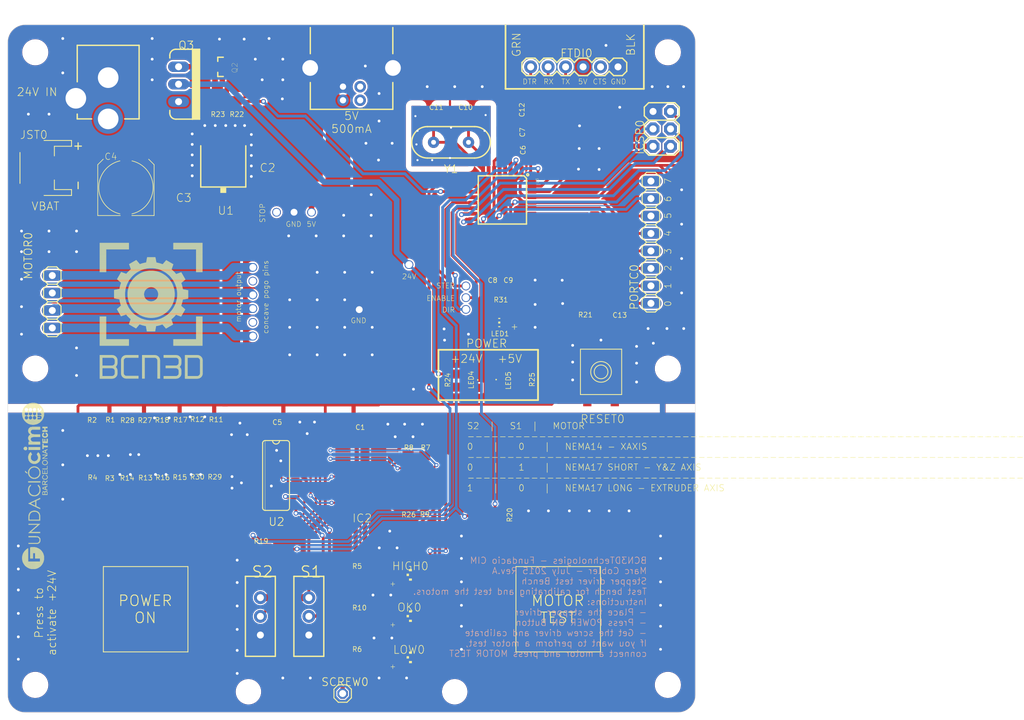
<source format=kicad_pcb>
(kicad_pcb (version 20221018) (generator pcbnew)
  (layers (0 "F.Cu" signal) (31 "B.Cu" signal) (34 "B.Paste" user) (35 "F.Paste" user) (36 "B.SilkS" user "B.Silkscreen") (37 "F.SilkS" user "F.Silkscreen") (38 "B.Mask" user) (39 "F.Mask" user) (44 "Edge.Cuts" user))
  (net 0 "")
  (net 1 "GND")
  (net 2 "5V")
  (net 3 "SCREW")
  (net 4 "N$4")
  (net 5 "N$5")
  (net 6 "N$6")
  (net 7 "N$7")
  (net 8 "N$8")
  (net 9 "N$10")
  (net 10 "N$12")
  (net 11 "N$13")
  (net 12 "N$14")
  (net 13 "N$15")
  (net 14 "N$16")
  (net 15 "N$17")
  (net 16 "N$2")
  (net 17 "N$3")
  (net 18 "N$19")
  (net 19 "N$20")
  (net 20 "~{RESET}")
  (net 21 "N$23")
  (net 22 "N$22")
  (net 23 "N$24")
  (net 24 "DTR")
  (net 25 "RX")
  (net 26 "TX")
  (net 27 "CTS")
  (net 28 "VIN")
  (net 29 "N$25")
  (net 30 "N$26")
  (net 31 "24VON")
  (net 32 "N$27")
  (net 33 "PC0")
  (net 34 "PC1")
  (net 35 "PC2")
  (net 36 "PC3")
  (net 37 "PC4")
  (net 38 "PC5")
  (net 39 "PC6")
  (net 40 "PC7")
  (net 41 "STEP")
  (net 42 "DIR")
  (net 43 "~{ENABLE}")
  (net 44 "MOSI")
  (net 45 "MISO")
  (net 46 "SCK")
  (net 47 "N$41")
  (net 48 "N$42")
  (net 49 "24VPWR")
  (net 50 "N$45")
  (net 51 "N$46")
  (net 52 "N$38")
  (net 53 "N$47")
  (net 54 "N$9")
  (net 55 "N$11")
  (net 56 "N$48")
  (net 57 "N$49")
  (net 58 "N$50")
  (net 59 "N$51")
  (net 60 "N$30")
  (net 61 "N$31")
  (net 62 "N$32")
  (net 63 "N$33")
  (net 64 "N$36")
  (net 65 "N$29")
  (net 66 "N$21")
  (net 67 "CGND")
  (footprint "working:POGOPIN" (layer "F.Cu") (at 165.1311 96.3936)
    (fp_text reference "JP11" hide)
    (fp_text value "" hide)
  )
  (footprint "working:POGOPIN" (layer "F.Cu") (at 134.1411 100.2836)
    (fp_text reference "JP7" hide)
    (fp_text value "" hide)
  )
  (footprint "working:1X01" (layer "F.Cu") (at 147.2039 152.2628)
    (fp_text reference "SCREW0")
    (fp_text value "")
  )
  (footprint "working:M0805" (layer "F.Cu") (at 156.7179 123.3044 90)
    (fp_text reference "R26")
    (fp_text value "68.1K" hide)
  )
  (footprint "working:CHIPLED_1206" (layer "F.Cu") (at 156.5011 147.0036 -90)
    (fp_text reference "LOW0")
    (fp_text value "")
  )
  (footprint "working:1X04" (layer "F.Cu") (at 104.9771 95.2836 -90)
    (fp_text reference "MOTOR0")
    (fp_text value "")
  )
  (footprint "working:POGOPIN" (layer "F.Cu") (at 134.1411 96.2836)
    (fp_text reference "JP5" hide)
    (fp_text value "" hide)
  )
  (footprint "working:POGOPIN" (layer "F.Cu") (at 134.1411 90.2836)
    (fp_text reference "JP2" hide)
    (fp_text value "" hide)
  )
  (footprint "working:POGOPIN" (layer "F.Cu") (at 140.1343 82.2668 90)
    (fp_text reference "JP14" hide)
    (fp_text value "" hide)
  )
  (footprint "" (layer "F.Cu") (at 163.5011 152.0036)
    (fp_text reference "@HOLE1" hide)
    (fp_text value "")
  )
  (footprint "working:M0805" (layer "F.Cu") (at 150.5011 141.0036 180)
    (fp_text reference "R10")
    (fp_text value "1K" hide)
  )
  (footprint "working:HC49US" (layer "F.Cu") (at 162.9663 72.098)
    (fp_text reference "Y1")
    (fp_text value "")
  )
  (footprint "working:C0805" (layer "F.Cu") (at 136.0931 77.9908 90)
    (fp_text reference "C2")
    (fp_text value "1uF" hide)
  )
  (footprint "working:M0805" (layer "F.Cu") (at 123.4439 123.0504 -90)
    (fp_text reference "R15")
    (fp_text value "")
  )
  (footprint "working:CHIPLED_1206" (layer "F.Cu") (at 156.5011 141.0036 -90)
    (fp_text reference "OK0")
    (fp_text value "")
  )
  (footprint "working:M0805" (layer "F.Cu") (at 118.3639 123.0504 -90)
    (fp_text reference "R13")
    (fp_text value "")
  )
  (footprint "working:CHIP-LED0805" (layer "F.Cu") (at 170.1291 98.3108 90)
    (fp_text reference "LED1")
    (fp_text value "")
  )
  (footprint "working:STAND-OFF" (layer "F.Cu") (at 102.5011 151.0036)
    (fp_text reference "U$6" hide)
    (fp_text value "" hide)
  )
  (footprint "working:M0805" (layer "F.Cu") (at 168.4781 126.4088 180)
    (fp_text reference "R20")
    (fp_text value "10M" hide)
  )
  (footprint "working:2X3" (layer "F.Cu") (at 194.8835 72.6888 90)
    (fp_text reference "ICSP0")
    (fp_text value "AVR_SPI_PRG_6PTH" hide)
  )
  (footprint "working:BCN3D_LOGO" (layer "F.Cu") (at 111.8831 106.4736)
    (fp_text reference "U$11" hide)
    (fp_text value "" hide)
  )
  (footprint "working:M0805" (layer "F.Cu") (at 113.2839 123.0504 -90)
    (fp_text reference "R3")
    (fp_text value "")
  )
  (footprint "working:C0805" (layer "F.Cu") (at 187.3607 98.3568)
    (fp_text reference "C13")
    (fp_text value "100n" hide)
  )
  (footprint "working:M0805" (layer "F.Cu") (at 128.9811 65.0876 90)
    (fp_text reference "R23")
    (fp_text value "10K" hide)
  )
  (footprint "working:M0805" (layer "F.Cu") (at 115.8239 123.0504 -90)
    (fp_text reference "R14")
    (fp_text value "")
  )
  (footprint "working:C0805" (layer "F.Cu") (at 171.2231 73.1648)
    (fp_text reference "C6")
    (fp_text value "100n" hide)
  )
  (footprint "working:STAND-OFF" (layer "F.Cu") (at 194.5011 59.0036)
    (fp_text reference "U$4" hide)
    (fp_text value "" hide)
  )
  (footprint "working:M0805" (layer "F.Cu") (at 125.9839 122.9996 -90)
    (fp_text reference "R30")
    (fp_text value "")
  )
  (footprint "working:STAND-OFF" (layer "F.Cu") (at 194.5011 105.0036)
    (fp_text reference "U$8" hide)
    (fp_text value "" hide)
  )
  (footprint "working:SO16" (layer "F.Cu") (at 137.5191 120.5504 -90)
    (fp_text reference "U2")
    (fp_text value "74HC4052" hide)
  )
  (footprint "working:C0805" (layer "F.Cu") (at 165.0999 68.288 180)
    (fp_text reference "C10")
    (fp_text value "22p" hide)
  )
  (footprint "working:M0805" (layer "F.Cu") (at 150.5011 135.0036 180)
    (fp_text reference "R5")
    (fp_text value "1K" hide)
  )
  (footprint "working:POGOPIN" (layer "F.Cu") (at 134.1411 98.2836)
    (fp_text reference "JP6" hide)
    (fp_text value "" hide)
  )
  (footprint "working:POGOPIN" (layer "F.Cu") (at 137.5943 82.2668 90)
    (fp_text reference "JP15" hide)
    (fp_text value "" hide)
  )
  (footprint "working:POGOPIN" (layer "F.Cu") (at 149.6141 96.4288)
    (fp_text reference "JP8" hide)
    (fp_text value "" hide)
  )
  (footprint "working:C0805" (layer "F.Cu") (at 137.5935 114.0784 180)
    (fp_text reference "C5")
    (fp_text value "100n" hide)
  )
  (footprint "working:M0805" (layer "F.Cu") (at 118.3639 114.77 -90)
    (fp_text reference "R27")
    (fp_text value "")
  )
  (footprint "working:M0805" (layer "F.Cu") (at 135.2549 131.2668)
    (fp_text reference "R19")
    (fp_text value "10M" hide)
  )
  (footprint "working:M0805" (layer "F.Cu") (at 115.8239 114.77 -90)
    (fp_text reference "R28")
    (fp_text value "")
  )
  (footprint "working:POGOPIN" (layer "F.Cu") (at 156.8475 89.8868)
    (fp_text reference "JP9" hide)
    (fp_text value "" hide)
  )
  (footprint "working:POGOPIN" (layer "F.Cu") (at 134.1411 94.2836)
    (fp_text reference "JP4" hide)
    (fp_text value "" hide)
  )
  (footprint "working:M0805" (layer "F.Cu") (at 159.1563 123.3044 90)
    (fp_text reference "R9")
    (fp_text value "10K" hide)
  )
  (footprint "working:CHIPLED_1206" (layer "F.Cu") (at 156.5011 135.0036 -90)
    (fp_text reference "HIGH0")
    (fp_text value "")
  )
  (footprint "working:POGOPIN" (layer "F.Cu") (at 142.6743 82.2668 90)
    (fp_text reference "JP13" hide)
    (fp_text value "" hide)
  )
  (footprint "working:FTDI_BASIC" (layer "F.Cu") (at 174.5487 61.1252)
    (fp_text reference "FTDI0")
    (fp_text value "FTDI_BASICPTH" hide)
  )
  (footprint "working:TO-252" (layer "F.Cu") (at 129.8419 76.4376)
    (fp_text reference "U1")
    (fp_text value "+5V" hide)
  )
  (footprint "working:STAND-OFF" (layer "F.Cu") (at 194.5011 151.0036)
    (fp_text reference "U$7" hide)
    (fp_text value "" hide)
  )
  (footprint "working:SHORT_TOP-50" (layer "F.Cu") (at 162.8139 66.1544 90)
    (fp_text reference "SH1" hide)
    (fp_text value "SHORTT5" hide)
  )
  (footprint "working:CAPSENSE_PAD" (layer "F.Cu") (at 118.5011 140.0036)
    (fp_text reference "U$2" hide)
    (fp_text value "CAPSENSE_PAD" hide)
  )
  (footprint "working:TQFP32-08" (layer "F.Cu") (at 170.4339 80.48 -90)
    (fp_text reference "U3")
    (fp_text value "ATMEGA328P")
  )
  (footprint "working:M0805" (layer "F.Cu") (at 110.7439 123.0504 -90)
    (fp_text reference "R4")
    (fp_text value "")
  )
  (footprint "working:EVQ-Q2" (layer "F.Cu") (at 184.7823 105.484 -90)
    (fp_text reference "RESET0")
    (fp_text value "SPST_TACT-EVQQ2" hide)
  )
  (footprint "working:SWITCH-SPDT_KIT" (layer "F.Cu") (at 135.2391 141.0376)
    (fp_text reference "S2")
    (fp_text value "")
  )
  (footprint "working:M0805" (layer "F.Cu") (at 182.3587 98.342 180)
    (fp_text reference "R21")
    (fp_text value "10K" hide)
  )
  (footprint "" (layer "F.Cu") (at 133.5011 152.0036)
    (fp_text reference "@HOLE0" hide)
    (fp_text value "")
  )
  (footprint "working:C0805" (layer "F.Cu") (at 160.6803 68.288)
    (fp_text reference "C11")
    (fp_text value "22p" hide)
  )
  (footprint "working:C0805" (layer "F.Cu") (at 174.5487 67.2212 90)
    (fp_text reference "C12")
    (fp_text value "100n" hide)
  )
  (footprint "working:FCIM_LOGO" (layer "F.Cu") (at 107.9627 135.9932 90)
    (fp_text reference "U$10" hide)
    (fp_text value "" hide)
  )
  (footprint "working:TO220V" (layer "F.Cu") (at 123.3423 63.6492 -90)
    (fp_text reference "Q3")
    (fp_text value "MOSFET-PCHANNELFQP27P06" hide)
  )
  (footprint "working:USB-B-PTH" (layer "F.Cu") (at 148.5011 64.0036 -90)
    (fp_text reference "U$3" hide)
    (fp_text value "USB+SHIELD" hide)
  )
  (footprint "working:M0805" (layer "F.Cu") (at 159.1563 118.6308 -90)
    (fp_text reference "R7")
    (fp_text value "68.1K" hide)
  )
  (footprint "working:M0805" (layer "F.Cu") (at 131.7243 65.0876 -90)
    (fp_text reference "R22")
    (fp_text value "100" hide)
  )
  (footprint "working:M0805" (layer "F.Cu") (at 120.9039 114.77 -90)
    (fp_text reference "R18")
    (fp_text value "")
  )
  (footprint "working:C0805" (layer "F.Cu") (at 149.8091 114.6684)
    (fp_text reference "C1")
    (fp_text value "100n" hide)
  )
  (footprint "working:M0805" (layer "F.Cu") (at 163.8099 106.7556 90)
    (fp_text reference "R24")
    (fp_text value "5.6K" hide)
  )
  (footprint "working:POGOPIN" (layer "F.Cu") (at 165.1311 92.9936)
    (fp_text reference "JP10" hide)
    (fp_text value "" hide)
  )
  (footprint "working:STAND-OFF" (layer "F.Cu") (at 102.5011 105.0036)
    (fp_text reference "U$9" hide)
    (fp_text value "" hide)
  )
  (footprint "working:C0805" (layer "F.Cu") (at 123.9811 82.4452 -90)
    (fp_text reference "C3")
    (fp_text value "0.33uF" hide)
  )
  (footprint "working:SWITCH-SPDT_KIT" (layer "F.Cu") (at 142.2871 141.0376)
    (fp_text reference "S1")
    (fp_text value "")
  )
  (footprint "working:UD-8X10_NICHICON" (layer "F.Cu") (at 115.6875 78.6512 90)
    (fp_text reference "C4")
    (fp_text value "100uF" hide)
  )
  (footprint "working:C0805" (layer "F.Cu") (at 171.1687 70.546)
    (fp_text reference "C7")
    (fp_text value "100n" hide)
  )
  (footprint "working:1X08" (layer "F.Cu") (at 192.0371 86.626 90)
    (fp_text reference "PORTC0")
    (fp_text value "")
  )
  (footprint "working:M0805" (layer "F.Cu") (at 113.2839 114.77 -90)
    (fp_text reference "R1")
    (fp_text value "")
  )
  (footprint "working:M0805" (layer "F.Cu") (at 150.5011 147.0036 180)
    (fp_text reference "R6")
    (fp_text value "1K" hide)
  )
  (footprint "working:SO14" (layer "F.Cu") (at 149.8455 120.6784 -90)
    (fp_text reference "IC2")
    (fp_text value "LM339D" hide)
  )
  (footprint "working:M0805" (layer "F.Cu") (at 128.5239 114.77 -90)
    (fp_text reference "R11")
    (fp_text value "")
  )
  (footprint "working:M0805" (layer "F.Cu") (at 128.5239 122.9996 -90)
    (fp_text reference "R29")
    (fp_text value "")
  )
  (footprint "working:M0805" (layer "F.Cu") (at 170.1291 96.1772 180)
    (fp_text reference "R31")
    (fp_text value "1K" hide)
  )
  (footprint "working:M0805" (layer "F.Cu") (at 120.9039 123.0504 -90)
    (fp_text reference "R16")
    (fp_text value "")
  )
  (footprint "working:CAPSENSE_PAD" (layer "F.Cu") (at 178.5011 140.0036)
    (fp_text reference "U$1" hide)
    (fp_text value "CAPSENSE_PAD" hide)
  )
  (footprint "working:M0805" (layer "F.Cu") (at 156.7179 118.6308 -90)
    (fp_text reference "R8")
    (fp_text value "68.1K" hide)
  )
  (footprint "working:C0805" (layer "F.Cu") (at 169.0623 89.1668 -90)
    (fp_text reference "C8")
    (fp_text value "100n" hide)
  )
  (footprint "working:M0805" (layer "F.Cu") (at 123.4439 114.77 -90)
    (fp_text reference "R17")
    (fp_text value "")
  )
  (footprint "working:POWER_JACK_PTH" (layer "F.Cu") (at 113.1027 54.9956 180)
    (fp_text reference "JP1" hide)
    (fp_text value "POWER_JACKPTH" hide)
  )
  (footprint "working:CHIPLED_0805" (layer "F.Cu") (at 166.8579 106.7556)
    (fp_text reference "LED4")
    (fp_text value "")
  )
  (footprint "working:POGOPIN" (layer "F.Cu") (at 165.1311 94.6936)
    (fp_text reference "JP12" hide)
    (fp_text value "" hide)
  )
  (footprint "working:M0805" (layer "F.Cu") (at 172.7263 106.7072 90)
    (fp_text reference "R25")
    (fp_text value "5.6K" hide)
  )
  (footprint "working:C0805" (layer "F.Cu") (at 171.3483 89.1668 -90)
    (fp_text reference "C9")
    (fp_text value "100n" hide)
  )
  (footprint "working:JST-PH-2-SMT-RA" (layer "F.Cu") (at 103.2763 75.8252 90)
    (fp_text reference "JST0")
    (fp_text value "")
  )
  (footprint "working:POGOPIN" (layer "F.Cu") (at 134.1411 92.2836)
    (fp_text reference "JP3" hide)
    (fp_text value "" hide)
  )
  (footprint "working:SOT23-3" (layer "F.Cu") (at 129.7431 61.1252 90)
    (fp_text reference "Q2")
    (fp_text value "MMBT2222A" hide)
  )
  (footprint "working:M0805" (layer "F.Cu") (at 110.7439 114.77 -90)
    (fp_text reference "R2")
    (fp_text value "")
  )
  (footprint "working:STAND-OFF" (layer "F.Cu") (at 102.5011 59.0036)
    (fp_text reference "U$5" hide)
    (fp_text value "" hide)
  )
  (footprint "working:CHIPLED_0805" (layer "F.Cu") (at 169.5259 106.7072)
    (fp_text reference "LED5")
    (fp_text value "")
  )
  (footprint "working:M0805" (layer "F.Cu") (at 125.9839 114.77 -90)
    (fp_text reference "R12")
    (fp_text value "")
  )
  (gr_line (start 191.0079 64.3256) (end 191.0079 55.0292) (stroke (width 0.254)) (layer "F.SilkS"))
  (gr_line (start 175.6155 102.2732) (end 175.6155 109.5884) (stroke (width 0.254)) (layer "F.SilkS"))
  (gr_line (start 175.6155 109.5884) (end 161.1375 109.5884) (stroke (width 0.254)) (layer "F.SilkS"))
  (gr_line (start 161.1375 102.2732) (end 175.6155 102.2732) (stroke (width 0.254)) (layer "F.SilkS"))
  (gr_line (start 170.8911 55.0292) (end 170.8911 64.3256) (stroke (width 0.254)) (layer "F.SilkS"))
  (gr_line (start 170.8911 64.3256) (end 191.0079 64.3256) (stroke (width 0.254)) (layer "F.SilkS"))
  (gr_line (start 161.1375 109.5884) (end 161.1375 102.2732) (stroke (width 0.254)) (layer "F.SilkS"))
  (gr_arc (start 98.5011 57.5436) (mid 99.245049 55.747549) (end 101.0411 55.0036) (stroke (width 0.05)) (layer "Edge.Cuts"))
  (gr_arc (start 101.0411 155.0036) (mid 99.245049 154.259651) (end 98.5011 152.4636) (stroke (width 0.05)) (layer "Edge.Cuts"))
  (gr_line (start 195.9611 55.0036) (end 101.0411 55.0036) (stroke (width 0.05)) (layer "Edge.Cuts"))
  (gr_line (start 98.5011 57.5436) (end 98.5011 152.4636) (stroke (width 0.05)) (layer "Edge.Cuts"))
  (gr_arc (start 198.5011 152.4636) (mid 197.757151 154.259651) (end 195.9611 155.0036) (stroke (width 0.05)) (layer "Edge.Cuts"))
  (gr_line (start 198.5011 152.4636) (end 198.5011 57.5436) (stroke (width 0.05)) (layer "Edge.Cuts"))
  (gr_line (start 101.0411 155.0036) (end 195.9611 155.0036) (stroke (width 0.05)) (layer "Edge.Cuts"))
  (gr_arc (start 195.9611 55.0036) (mid 197.757151 55.747549) (end 198.5011 57.5436) (stroke (width 0.05)) (layer "Edge.Cuts"))
  (gr_text "BCN3DTechnologies - Fundacio CIM\nMarc Cobler - July 2015 Rev.A\nStepper driver test Bench\nTest bench for calibrating and test the motors.\nInstructions:\n- Place the stepper driver\n- Press POWER ON Button\n- Get the screw driver and calibrate\nIf you want to perform a motor test,\nconnect a motor and press MOTOR TEST" (at 191.5011 147.0036) (layer "B.SilkS") (effects (font (size 0.93472 0.93472) (thickness 0.08128)) (justify left bottom mirror)))
  (gr_text "24V IN" (at 102.7683 64.7828) (layer "F.SilkS") (effects (font (size 1.1684 1.1684) (thickness 0.1016))))
  (gr_text "GRN" (at 173.1771 59.7536 90) (layer "F.SilkS") (effects (font (size 1.1684 1.1684) (thickness 0.1016)) (justify left bottom)))
  (gr_text "POWER" (at 168.1479 101.3588) (layer "F.SilkS") (effects (font (size 1.1684 1.1684) (thickness 0.1016))))
  (gr_text "24V" (at 155.8035 92.0624) (layer "F.SilkS") (effects (font (size 0.747776 0.747776) (thickness 0.065024)) (justify left bottom)))
  (gr_text "6" (at 194.5131 80.3276 90) (layer "F.SilkS") (effects (font (size 0.93472 0.93472) (thickness 0.08128))))
  (gr_text "+" (at 153.9935 136.7156) (layer "F.SilkS") (effects (font (size 0.747776 0.747776) (thickness 0.065024)) (justify left bottom)))
  (gr_text "TX" (at 178.9683 63.716) (layer "F.SilkS") (effects (font (size 0.747776 0.747776) (thickness 0.065024)) (justify left bottom)))
  (gr_text "5" (at 194.5131 82.766 90) (layer "F.SilkS") (effects (font (size 0.93472 0.93472) (thickness 0.08128))))
  (gr_text "S2  |   S1  |   MOTOR\n----------------------------------------------------------------------\n0    |    0    |   NEMA14 - XAXIS\n----------------------------------------------------------------------\n0    |    1    |   NEMA17 SHORT - Y&Z AXIS\n----------------------------------------------------------------------\n1    |    0    |   NEMA17 LONG - EXTRUDER AXIS" (at 165.2339 122.92) (layer "F.SilkS") (effects (font (size 0.93472 0.93472) (thickness 0.08128)) (justify left bottom)))
  (gr_text "MOTOR\nTEST" (at 178.5011 140.0036) (layer "F.SilkS") (effects (font (size 1.542288 1.542288) (thickness 0.134112))))
  (gr_text "DTR" (at 173.3295 63.716) (layer "F.SilkS") (effects (font (size 0.747776 0.747776) (thickness 0.065024)) (justify left bottom)))
  (gr_text "CTS" (at 183.5403 63.716) (layer "F.SilkS") (effects (font (size 0.747776 0.747776) (thickness 0.065024)) (justify left bottom)))
  (gr_text "STEP" (at 163.5759 92.5196) (layer "F.SilkS") (effects (font (size 0.747776 0.747776) (thickness 0.065024)) (justify right top)))
  (gr_text "motor output" (at 132.4863 98.3108 90) (layer "F.SilkS") (effects (font (size 0.747776 0.747776) (thickness 0.065024)) (justify left bottom)))
  (gr_text "7" (at 194.5131 77.7368 90) (layer "F.SilkS") (effects (font (size 0.93472 0.93472) (thickness 0.08128))))
  (gr_text "3" (at 194.5131 87.9476 90) (layer "F.SilkS") (effects (font (size 0.93472 0.93472) (thickness 0.08128))))
  (gr_text "POWER\nON" (at 118.5011 140.0036) (layer "F.SilkS") (effects (font (size 1.542288 1.542288) (thickness 0.134112))))
  (gr_text "+" (at 153.9935 148.7552) (layer "F.SilkS") (effects (font (size 0.747776 0.747776) (thickness 0.065024)) (justify left bottom)))
  (gr_text "STOP" (at 135.9915 83.8328 90) (layer "F.SilkS") (effects (font (size 0.747776 0.747776) (thickness 0.065024)) (justify left bottom)))
  (gr_text "DIR" (at 163.5759 96.0248) (layer "F.SilkS") (effects (font (size 0.747776 0.747776) (thickness 0.065024)) (justify right top)))
  (gr_text "Press to\nactivate +24V" (at 103.9875 140.5256 90) (layer "F.SilkS") (effects (font (size 1.1684 1.1684) (thickness 0.1016))))
  (gr_text "GND" (at 186.1311 63.716) (layer "F.SilkS") (effects (font (size 0.747776 0.747776) (thickness 0.065024)) (justify left bottom)))
  (gr_text "BLK" (at 189.7887 59.6012 90) (layer "F.SilkS") (effects (font (size 1.1684 1.1684) (thickness 0.1016)) (justify left bottom)))
  (gr_text "5V" (at 141.9351 84.4424) (layer "F.SilkS") (effects (font (size 0.747776 0.747776) (thickness 0.065024)) (justify left bottom)))
  (gr_text "5V" (at 181.4067 63.716) (layer "F.SilkS") (effects (font (size 0.747776 0.747776) (thickness 0.065024)) (justify left bottom)))
  (gr_text "1" (at 194.5131 92.9768 90) (layer "F.SilkS") (effects (font (size 0.93472 0.93472) (thickness 0.08128))))
  (gr_text "VBAT" (at 103.9875 81.3944) (layer "F.SilkS") (effects (font (size 1.1684 1.1684) (thickness 0.1016))))
  (gr_text "GND" (at 138.8871 84.4424) (layer "F.SilkS") (effects (font (size 0.747776 0.747776) (thickness 0.065024)) (justify left bottom)))
  (gr_text "GND" (at 148.3359 98.4632) (layer "F.SilkS") (effects (font (size 0.747776 0.747776) (thickness 0.065024)) (justify left bottom)))
  (gr_text "ENABLE" (at 163.5759 94.3484) (layer "F.SilkS") (effects (font (size 0.747776 0.747776) (thickness 0.065024)) (justify right top)))
  (gr_text "2" (at 194.5131 90.386 90) (layer "F.SilkS") (effects (font (size 0.93472 0.93472) (thickness 0.08128))))
  (gr_text "4" (at 194.5131 85.3568 90) (layer "F.SilkS") (effects (font (size 0.93472 0.93472) (thickness 0.08128))))
  (gr_text "+24V" (at 162.8139 104.2544) (layer "F.SilkS") (effects (font (size 1.1684 1.1684) (thickness 0.1016)) (justify left bottom)))
  (gr_text "RX" (at 176.3775 63.716) (layer "F.SilkS") (effects (font (size 0.747776 0.747776) (thickness 0.065024)) (justify left bottom)))
  (gr_text "5V\n500mA" (at 148.4883 69.2024) (layer "F.SilkS") (effects (font (size 1.1684 1.1684) (thickness 0.1016))))
  (gr_text "0" (at 194.5131 95.5676 90) (layer "F.SilkS") (effects (font (size 0.93472 0.93472) (thickness 0.08128))))
  (gr_text "+5V" (at 169.6719 104.2544) (layer "F.SilkS") (effects (font (size 1.1684 1.1684) (thickness 0.1016)) (justify left bottom)))
  (gr_text "concave pogo pins" (at 136.4487 99.9872 90) (layer "F.SilkS") (effects (font (size 0.747776 0.747776) (thickness 0.065024)) (justify left bottom)))
  (gr_text "+" (at 153.9935 142.6592) (layer "F.SilkS") (effects (font (size 0.747776 0.747776) (thickness 0.065024)) (justify left bottom)))
  (segment (start 148.9263 96.4288) (end 149.6141 96.4288) (width 1.6764) (layer "F.Cu") (net 1))
  (segment (start 140.1343 82.2668) (end 140.1343 84.9256) (width 1.6764) (layer "F.Cu") (net 1))
  (segment (start 147.5011 95.0036) (end 148.9263 96.4288) (width 1.6764) (layer "F.Cu") (net 1))
  (segment (start 140.1343 84.9256) (end 139.3531 85.7068) (width 1.6764) (layer "F.Cu") (net 1))
  (via (at 106.5011 119.0036) (size 0.7112) (drill 0.4064) (layers "F.Cu" "B.Cu") (net 1))
  (via (at 143.5011 95.0036) (size 0.7112) (drill 0.4064) (layers "F.Cu" "B.Cu") (net 1))
  (via (at 147.3531 82.7068) (size 0.7112) (drill 0.4064) (layers "F.Cu" "B.Cu") (net 1))
  (via (at 147.5011 91.0036) (size 0.7112) (drill 0.4064) (layers "F.Cu" "B.Cu") (net 1))
  (via (at 136.5011 57.0036) (size 0.7112) (drill 0.4064) (layers "F.Cu" "B.Cu") (net 1))
  (via (at 108.5011 85.0036) (size 0.7112) (drill 0.4064) (layers "F.Cu" "B.Cu") (net 1))
  (via (at 131.5719 69.6596) (size 0.7112) (drill 0.4064) (layers "F.Cu" "B.Cu") (net 1))
  (via (at 180.6515 106.6528) (size 0.7112) (drill 0.4064) (layers "F.Cu" "B.Cu") (net 1))
  (via (at 133.9247 70.9644) (size 0.7112) (drill 0.4064) (layers "F.Cu" "B.Cu") (net 1))
  (via (at 150.5011 61.0036) (size 0.7112) (drill 0.4064) (layers "F.Cu" "B.Cu") (net 1))
  (via (at 147.5011 95.0036) (size 0.7112) (drill 0.4064) (layers "F.Cu" "B.Cu") (net 1))
  (via (at 175.1963 92.1372) (size 0.7112) (drill 0.4064) (layers "F.Cu" "B.Cu") (net 1))
  (via (at 147.3531 85.7068) (size 0.7112) (drill 0.4064) (layers "F.Cu" "B.Cu") (net 1))
  (via (at 143.5011 99.0036) (size 0.7112) (drill 0.4064) (layers "F.Cu" "B.Cu") (net 1))
  (via (at 191.6243 99.1852) (size 0.7112) (drill 0.4064) (layers "F.Cu" "B.Cu") (net 1))
  (via (at 154.3571 144.1872) (size 0.7112) (drill 0.4064) (layers "F.Cu" "B.Cu") (net 1))
  (via (at 106.5011 57.0036) (size 0.7112) (drill 0.4064) (layers "F.Cu" "B.Cu") (net 1))
  (via (at 100.5011 85.0036) (size 0.7112) (drill 0.4064) (layers "F.Cu" "B.Cu") (net 1))
  (via (at 125.3235 72.4028) (size 0.7112) (drill 0.4064) (layers "F.Cu" "B.Cu") (net 1))
  (via (at 179.1963 95.5464) (size 0.7112) (drill 0.4064) (layers "F.Cu" "B.Cu") (net 1))
  (via (at 164.4783 129.3564) (size 0.7112) (drill 0.4064) (layers "F.Cu" "B.Cu") (net 1))
  (via (at 193.4343 145.8324) (size 0.7112) (drill 0.4064) (layers "F.Cu" "B.Cu") (net 1))
  (via (at 131.1147 120.7136) (size 0.7112) (drill 0.4064) (layers "F.Cu" "B.Cu") (net 1))
  (via (at 142.5011 150.0036) (size 0.7112) (drill 0.4064) (layers "F.Cu" "B.Cu") (net 1))
  (via (at 137.5971 116.8992) (size 0.7112) (drill 0.4064) (layers "F.Cu" "B.Cu") (net 1))
  (via (at 100.0371 140.6092) (size 0.7112) (drill 0.4064) (layers "F.Cu" "B.Cu") (net 1))
  (via (at 189.9479 106.9576) (size 0.7112) (drill 0.4064) (layers "F.Cu" "B.Cu") (net 1))
  (via (at 119.8371 112.1792) (size 0.7112) (drill 0.4064) (layers "F.Cu" "B.Cu") (net 1))
  (via (at 119.5011 57.0036) (size 0.7112) (drill 0.4064) (layers "F.Cu" "B.Cu") (net 1))
  (via (at 181.6055 73.0036) (size 0.7112) (drill 0.4064) (layers "F.Cu" "B.Cu") (net 1))
  (via (at 151.7663 144.1872) (size 0.7112) (drill 0.4064) (layers "F.Cu" "B.Cu") (net 1))
  (via (at 100.0371 134.152) (size 0.7112) (drill 0.4064) (layers "F.Cu" "B.Cu") (net 1))
  (via (at 132.9435 69.6596) (size 0.7112) (drill 0.4064) (layers "F.Cu" "B.Cu") (net 1))
  (via (at 154.0523 128.6424) (size 0.7112) (drill 0.4064) (layers "F.Cu" "B.Cu") (net 1))
  (via (at 135.5011 63.0036) (size 0.7112) (drill 0.4064) (layers "F.Cu" "B.Cu") (net 1))
  (via (at 194.3675 99.1852) (size 0.7112) (drill 0.4064) (layers "F.Cu" "B.Cu") (net 1))
  (via (at 113.1315 117.6656) (size 0.7112) (drill 0.4064) (layers "F.Cu" "B.Cu") (net 1))
  (via (at 100.5011 100.0036) (size 0.7112) (drill 0.4064) (layers "F.Cu" "B.Cu") (net 1))
  (via (at 121.9707 112.1792) (size 0.7112) (drill 0.4064) (layers "F.Cu" "B.Cu") (net 1))
  (via (at 154.2047 137.9388) (size 0.7112) (drill 0.4064) (layers "F.Cu" "B.Cu") (net 1))
  (via (at 100.0371 137.2) (size 0.7112) (drill 0.4064) (layers "F.Cu" "B.Cu") (net 1))
  (via (at 151.6139 137.9388) (size 0.7112) (drill 0.4064) (layers "F.Cu" "B.Cu") (net 1))
  (via (at 158.8079 113.0892) (size 0.7112) (drill 0.4064) (layers "F.Cu" "B.Cu") (net 1))
  (via (at 134.5011 60.0036) (size 0.7112) (drill 0.4064) (layers "F.Cu" "B.Cu") (net 1))
  (via (at 152.5011 150.0036) (size 0.7112) (drill 0.4064) (layers "F.Cu" "B.Cu") (net 1))
  (via (at 184.7663 100.8616) (size 0.7112) (drill 0.4064) (layers "F.Cu" "B.Cu") (net 1))
  (via (at 157.5011 108.0036) (size 0.7112) (drill 0.4064) (layers "F.Cu" "B.Cu") (net 1))
  (via (at 138.5011 63.0036) (size 0.7112) (drill 0.4064) (layers "F.Cu" "B.Cu") (net 1))
  (via (at 193.4343 136.0224) (size 0.7112) (drill 0.4064) (layers "F.Cu" "B.Cu") (net 1))
  (via (at 114.8079 120.4088) (size 0.7112) (drill 0.4064) (layers "F.Cu" "B.Cu") (net 1))
  (via (at 164.4783 136.0224) (size 0.7112) (drill 0.4064) (layers "F.Cu" "B.Cu") (net 1))
  (via (at 131.0439 114.6132) (size 0.7112) (drill 0.4064) (layers "F.Cu" "B.Cu") (net 1))
  (via (at 108.5011 88.0036) (size 0.7112) (drill 0.4064) (layers "F.Cu" "B.Cu") (net 1))
  (via (at 189.9479 104.2144) (size 0.7112) (drill 0.4064) (layers "F.Cu" "B.Cu") (net 1))
  (via (at 154.8455 114.918) (size 0.7112) (drill 0.4064) (layers "F.Cu" "B.Cu") (net 1))
  (via (at 128.6763 69.6596) (size 0.7112) (drill 0.4064) (layers "F.Cu" "B.Cu") (net 1))
  (via (at 152.4199 74.6776) (size 0.7112) (drill 0.4064) (layers "F.Cu" "B.Cu") (net 1))
  (via (at 126.5427 120.4088) (size 0.7112) (drill 0.4064) (layers "F.Cu" "B.Cu") (net 1))
  (via (at 110.0835 117.6656) (size 0.7112) (drill 0.4064) (layers "F.Cu" "B.Cu") (net 1))
  (via (at 151.3531 82.7068) (size 0.7112) (drill 0.4064) (layers "F.Cu" "B.Cu") (net 1))
  (via (at 131.8647 142.9368) (size 0.7112) (drill 0.4064) (layers "F.Cu" "B.Cu") (net 1))
  (via (at 163.5011 64.0036) (size 0.7112) (drill 0.4064) (layers "F.Cu" "B.Cu") (net 1))
  (via (at 153.7787 113.0892) (size 0.7112) (drill 0.4064) (layers "F.Cu" "B.Cu") (net 1))
  (via (at 119.5011 60.0036) (size 0.7112) (drill 0.4064) (layers "F.Cu" "B.Cu") (net 1))
  (via (at 175.1963 95.68) (size 0.7112) (drill 0.4064) (layers "F.Cu" "B.Cu") (net 1))
  (via (at 143.3531 85.7068) (size 0.7112) (drill 0.4064) (layers "F.Cu" "B.Cu") (net 1))
  (via (at 131.8647 132.8616) (size 0.7112) (drill 0.4064) (layers "F.Cu" "B.Cu") (net 1))
  (via (at 139.5011 95.0036) (size 0.7112) (drill 0.4064) (layers "F.Cu" "B.Cu") (net 1))
  (via (at 196.5011 84.0036) (size 0.7112) (drill 0.4064) (layers "F.Cu" "B.Cu") (net 1))
  (via (at 143.5011 91.0036) (size 0.7112) (drill 0.4064) (layers "F.Cu" "B.Cu") (net 1))
  (via (at 185.9667 125.6988) (size 0.7112) (drill 0.4064) (layers "F.Cu" "B.Cu") (net 1))
  (via (at 187.5011 67.0036) (size 0.7112) (drill 0.4064) (layers "F.Cu" "B.Cu") (net 1))
  (via (at 132.4863 121.628) (size 0.7112) (drill 0.4064) (layers "F.Cu" "B.Cu") (net 1))
  (via (at 100.5011 88.0036) (size 0.7112) (drill 0.4064) (layers "F.Cu" "B.Cu") (net 1))
  (via (at 192.3863 101.3188) (size 0.7112) (drill 0.4064) (layers "F.Cu" "B.Cu") (net 1))
  (via (at 179.1295 92.156) (size 0.7112) (drill 0.4064) (layers "F.Cu" "B.Cu") (net 1))
  (via (at 125.0187 112.0268) (size 0.7112) (drill 0.4064) (layers "F.Cu" "B.Cu") (net 1))
  (via (at 164.4783 139.4316) (size 0.7112) (drill 0.4064) (layers "F.Cu" "B.Cu") (net 1))
  (via (at 139.3531 85.7068) (size 0.7112) (drill 0.4064) (layers "F.Cu" "B.Cu") (net 1))
  (via (at 175.1963 99.0036) (size 0.7112) (drill 0.4064) (layers "F.Cu" "B.Cu") (net 1))
  (via (at 180.6515 104.062) (size 0.7112) (drill 0.4064) (layers "F.Cu" "B.Cu") (net 1))
  (via (at 100.5011 92.0036) (size 0.7112) (drill 0.4064) (layers "F.Cu" "B.Cu") (net 1))
  (via (at 174.2319 125.6988) (size 0.7112) (drill 0.4064) (layers "F.Cu" "B.Cu") (net 1))
  (via (at 193.4343 142.4796) (size 0.7112) (drill 0.4064) (layers "F.Cu" "B.Cu") (net 1))
  (via (at 164.4783 142.4796) (size 0.7112) (drill 0.4064) (layers "F.Cu" "B.Cu") (net 1))
  (via (at 188.8623 125.6988) (size 0.7112) (drill 0.4064) (layers "F.Cu" "B.Cu") (net 1))
  (via (at 143.1107 112.7844) (size 0.7112) (drill 0.4064) (layers "F.Cu" "B.Cu") (net 1))
  (via (at 131.1147 122.39) (size 0.7112) (drill 0.4064) (layers "F.Cu" "B.Cu") (net 1))
  (via (at 104.5011 85.0036) (size 0.7112) (drill 0.4064) (layers "F.Cu" "B.Cu") (net 1))
  (via (at 181.6535 69.6988) (size 0.7112) (drill 0.4064) (layers "F.Cu" "B.Cu") (net 1))
  (via (at 180.6515 101.6236) (size 0.7112) (drill 0.4064) (layers "F.Cu" "B.Cu") (net 1))
  (via (at 129.2903 57.0892) (size 0.7112) (drill 0.4064) (layers "F.Cu" "B.Cu") (net 1))
  (via (at 147.5011 103.0036) (size 0.7112) (drill 0.4064) (layers "F.Cu" "B.Cu") (net 1))
  (via (at 189.9479 101.776) (size 0.7112) (drill 0.4064) (layers "F.Cu" "B.Cu") (net 1))
  (via (at 193.4343 139.4316) (size 0.7112) (drill 0.4064) (layers "F.Cu" "B.Cu") (net 1))
  (via (at 193.4343 129.3564) (size 0.7112) (drill 0.4064) (layers "F.Cu" "B.Cu") (net 1))
  (via (at 136.8351 122.0808) (size 0.7112) (drill 0.4064) (layers "F.Cu" "B.Cu") (net 1))
  (via (at 133.9247 74.0124) (size 0.7112) (drill 0.4064) (layers "F.Cu" "B.Cu") (net 1))
  (via (at 177.1275 125.6988) (size 0.7112) (drill 0.4064) (layers "F.Cu" "B.Cu") (net 1))
  (via (at 138.2067 118.4232) (size 0.7112) (drill 0.4064) (layers "F.Cu" "B.Cu") (net 1))
  (via (at 133.9247 72.4884) (size 0.7112) (drill 0.4064) (layers "F.Cu" "B.Cu") (net 1))
  (via (at 100.0371 130.7992) (size 0.7112) (drill 0.4064) (layers "F.Cu" "B.Cu") (net 1))
  (via (at 196.5011 94.0036) (size 0.7112) (drill 0.4064) (layers "F.Cu" "B.Cu") (net 1))
  (via (at 125.3235 70.8788) (size 0.7112) (drill 0.4064) (layers "F.Cu" "B.Cu") (net 1))
  (via (at 133.9247 77.0604) (size 0.7112) (drill 0.4064) (layers "F.Cu" "B.Cu") (net 1))
  (via (at 125.3235 73.9268) (size 0.7112) (drill 0.4064) (layers "F.Cu" "B.Cu") (net 1))
  (via (at 196.8059 99.1852) (size 0.7112) (drill 0.4064) (layers "F.Cu" "B.Cu") (net 1))
  (via (at 162.0251 100.87) (size 0.7112) (drill 0.4064) (layers "F.Cu" "B.Cu") (net 1))
  (via (at 108.5011 102.0036) (size 0.7112) (drill 0.4064) (layers "F.Cu" "B.Cu") (net 1))
  (via (at 152.5283 131.0808) (size 0.7112) (drill 0.4064) (layers "F.Cu" "B.Cu") (net 1))
  (via (at 164.4783 132.6132) (size 0.7112) (drill 0.4064) (layers "F.Cu" "B.Cu") (net 1))
  (via (at 181.5011 76.0036) (size 0.7112) (drill 0.4064) (layers "F.Cu" "B.Cu") (net 1))
  (via (at 139.5011 99.0036) (size 0.7112) (drill 0.4064) (layers "F.Cu" "B.Cu") (net 1))
  (via (at 133.9247 75.5364) (size 0.7112) (drill 0.4064) (layers "F.Cu" "B.Cu") (net 1))
  (via (at 125.3235 75.4508) (size 0.7112) (drill 0.4064) (layers "F.Cu" "B.Cu") (net 1))
  (via (at 140.9771 112.7844) (size 0.7112) (drill 0.4064) (layers "F.Cu" "B.Cu") (net 1))
  (via (at 116.3319 117.5132) (size 0.7112) (drill 0.4064) (layers "F.Cu" "B.Cu") (net 1))
  (via (at 131.8647 145.9848) (size 0.7112) (drill 0.4064) (layers "F.Cu" "B.Cu") (net 1))
  (via (at 150.5911 72.2392) (size 0.7112) (drill 0.4064) (layers "F.Cu" "B.Cu") (net 1))
  (via (at 183.0711 125.6988) (size 0.7112) (drill 0.4064) (layers "F.Cu" "B.Cu") (net 1))
  (via (at 151.3531 79.7068) (size 0.7112) (drill 0.4064) (layers "F.Cu" "B.Cu") (net 1))
  (via (at 119.5011 63.0036) (size 0.7112) (drill 0.4064) (layers "F.Cu" "B.Cu") (net 1))
  (via (at 119.9895 120.4088) (size 0.7112) (drill 0.4064) (layers "F.Cu" "B.Cu") (net 1))
  (via (at 100.0371 147.2752) (size 0.7112) (drill 0.4064) (layers "F.Cu" "B.Cu") (net 1))
  (via (at 127.1523 112.0268) (size 0.7112) (drill 0.4064) (layers "F.Cu" "B.Cu") (net 1))
  (via (at 139.5011 103.0036) (size 0.7112) (drill 0.4064) (layers "F.Cu" "B.Cu") (net 1))
  (via (at 131.8647 149.3376) (size 0.7112) (drill 0.4064) (layers "F.Cu" "B.Cu") (net 1))
  (via (at 164.4783 145.8324) (size 0.7112) (drill 0.4064) (layers "F.Cu" "B.Cu") (net 1))
  (via (at 131.8647 136.1184) (size 0.7112) (drill 0.4064) (layers "F.Cu" "B.Cu") (net 1))
  (via (at 100.5011 96.0036) (size 0.7112) (drill 0.4064) (layers "F.Cu" "B.Cu") (net 1))
  (via (at 133.3299 114.6132) (size 0.7112) (drill 0.4064) (layers "F.Cu" "B.Cu") (net 1))
  (via (at 121.5135 120.4088) (size 0.7112) (drill 0.4064) (layers "F.Cu" "B.Cu") (net 1))
  (via (at 151.3531 85.7068) (size 0.7112) (drill 0.4064) (layers "F.Cu" "B.Cu") (net 1))
  (via (at 151.5011 91.0036) (size 0.7112) (drill 0.4064) (layers "F.Cu" "B.Cu") (net 1))
  (via (at 106.5011 62.0036) (size 0.7112) (drill 0.4064) (layers "F.Cu" "B.Cu") (net 1))
  (via (at 156.2171 113.0892) (size 0.7112) (drill 0.4064) (layers "F.Cu" "B.Cu") (net 1))
  (via (at 159.5011 64.0036) (size 0.7112) (drill 0.4064) (layers "F.Cu" "B.Cu") (net 1))
  (via (at 156.5011 150.0036) (size 0.7112) (drill 0.4064) (layers "F.Cu" "B.Cu") (net 1))
  (via (at 152.5011 65.0036) (size 0.7112) (drill 0.4064) (layers "F.Cu" "B.Cu") (net 1))
  (via (at 106.5011 114.0036) (size 0.7112) (drill 0.4064) (layers "F.Cu" "B.Cu") (net 1))
  (via (at 138.4343 65.7844) (size 0.7112) (drill 0.4064) (layers "F.Cu" "B.Cu") (net 1))
  (via (at 131.8647 139.5276) (size 0.7112) (drill 0.4064) (layers "F.Cu" "B.Cu") (net 1))
  (via (at 111.6075 117.6656) (size 0.7112) (drill 0.4064) (layers "F.Cu" "B.Cu") (net 1))
  (via (at 101.5011 68.0036) (size 0.7112) (drill 0.4064) (layers "F.Cu" "B.Cu") (net 1))
  (via (at 132.2631 112.9368) (size 0.7112) (drill 0.4064) (layers "F.Cu" "B.Cu") (net 1))
  (via (at 130.2003 69.6596) (size 0.7112) (drill 0.4064) (layers "F.Cu" "B.Cu") (net 1))
  (via (at 196.5011 79.0036) (size 0.7112) (drill 0.4064) (layers "F.Cu" "B.Cu") (net 1))
  (via (at 143.5011 103.0036) (size 0.7112) (drill 0.4064) (layers "F.Cu" "B.Cu") (net 1))
  (via (at 138.5011 150.0036) (size 0.7112) (drill 0.4064) (layers "F.Cu" "B.Cu") (net 1))
  (via (at 165.5011 100.0036) (size 0.7112) (drill 0.4064) (layers "F.Cu" "B.Cu") (net 1))
  (via (at 157.4363 114.918) (size 0.7112) (drill 0.4064) (layers "F.Cu" "B.Cu") (net 1))
  (via (at 125.1711 120.4088) (size 0.7112) (drill 0.4064) (layers "F.Cu" "B.Cu") (net 1))
  (via (at 196.7871 64.0036) (size 0.7112) (drill 0.4064) (layers "F.Cu" "B.Cu") (net 1))
  (via (at 180.1755 125.6988) (size 0.7112) (drill 0.4064) (layers "F.Cu" "B.Cu") (net 1))
  (via (at 104.5011 88.0036) (size 0.7112) (drill 0.4064) (layers "F.Cu" "B.Cu") (net 1))
  (via (at 154.4011 72.2392) (size 0.7112) (drill 0.4064) (layers "F.Cu" "B.Cu") (net 1))
  (via (at 152.5011 69.0036) (size 0.7112) (drill 0.4064) (layers "F.Cu" "B.Cu") (net 1))
  (via (at 192.2151 64.0036) (size 0.7112) (drill 0.4064) (layers "F.Cu" "B.Cu") (net 1))
  (via (at 155.1191 131.0808) (size 0.7112) (drill 0.4064) (layers "F.Cu" "B.Cu") (net 1))
  (via (at 142.0439 114.4608) (size 0.7112) (drill 0.4064) (layers "F.Cu" "B.Cu") (net 1))
  (via (at 147.5011 99.0036) (size 0.7112) (drill 0.4064) (layers "F.Cu" "B.Cu") (net 1))
  (via (at 100.0371 144.0184) (size 0.7112) (drill 0.4064) (layers "F.Cu" "B.Cu") (net 1))
  (via (at 185.5011 58.0036) (size 0.7112) (drill 0.4064) (layers "F.Cu" "B.Cu") (net 1))
  (via (at 184.5011 76.0516) (size 0.7112) (drill 0.4064) (layers "F.Cu" "B.Cu") (net 1))
  (via (at 117.5511 117.5132) (size 0.7112) (drill 0.4064) (layers "F.Cu" "B.Cu") (net 1))
  (via (at 138.5011 60.0036) (size 0.7112) (drill 0.4064) (layers "F.Cu" "B.Cu") (net 1))
  (via (at 104.5011 68.0036) (size 0.7112) (drill 0.4064) (layers "F.Cu" "B.Cu") (net 1))
  (via (at 116.3319 120.4088) (size 0.7112) (drill 0.4064) (layers "F.Cu" "B.Cu") (net 1))
  (via (at 161.9583 99.2416) (size 0.7112) (drill 0.4064) (layers "F.Cu" "B.Cu") (net 1))
  (via (at 184.5011 73.0036) (size 0.7112) (drill 0.4064) (layers "F.Cu" "B.Cu") (net 1))
  (via (at 167.5011 64.0036) (size 0.7112) (drill 0.4064) (layers "F.Cu" "B.Cu") (net 1))
  (via (at 108.5011 106.0036) (size 0.7112) (drill 0.4064) (layers "F.Cu" "B.Cu") (net 1))
  (via (at 194.5011 64.0036) (size 0.7112) (drill 0.4064) (layers "F.Cu" "B.Cu") (net 1))
  (via (at 106.5011 124.0036) (size 0.7112) (drill 0.4064) (layers "F.Cu" "B.Cu") (net 1))
  (via (at 151.5011 99.0036) (size 0.7112) (drill 0.4064) (layers "F.Cu" "B.Cu") (net 1))
  (via (at 196.5011 89.0036) (size 0.7112) (drill 0.4064) (layers "F.Cu" "B.Cu") (net 1))
  (via (at 132.8811 57.0892) (size 0.7112) (drill 0.4064) (layers "F.Cu" "B.Cu") (net 1))
  (via (at 127.1523 69.6596) (size 0.7112) (drill 0.4064) (layers "F.Cu" "B.Cu") (net 1))
  (via (at 193.4343 132.6132) (size 0.7112) (drill 0.4064) (layers "F.Cu" "B.Cu") (net 1))
  (via (at 125.3235 76.9748) (size 0.7112) (drill 0.4064) (layers "F.Cu" "B.Cu") (net 1))
  (via (at 151.5011 103.0036) (size 0.7112) (drill 0.4064) (layers "F.Cu" "B.Cu") (net 1))
  (segment (start 128.5239 120.5256) (end 128.5239 122.0496) (width 0.4064) (layer "F.Cu") (net 2))
  (segment (start 182.1687 66.002) (end 182.1687 61.1252) (width 0.8128) (layer "F.Cu") (net 2))
  (segment (start 169.2339 76.1874) (end 169.2339 74.822) (width 0.4064) (layer "F.Cu") (net 2))
  (segment (start 150.4695 133.3628) (end 149.5511 134.2812) (width 0.6096) (layer "F.Cu") (net 2))
  (segment (start 118.1607 119.342) (end 113.1315 119.342) (width 0.4064) (layer "F.Cu") (net 2))
  (segment (start 123.4947 113.7692) (end 123.4947 109.436) (width 0.6096) (layer "F.Cu") (net 2))
  (segment (start 118.3131 113.7692) (end 118.3131 109.5884) (width 0.6096) (layer "F.Cu") (net 2))
  (segment (start 123.4439 113.82) (end 123.4947 113.7692) (width 0.6096) (layer "F.Cu") (net 2))
  (segment (start 168.4339 82.9372) (end 169.2147 82.1564) (width 0.4064) (layer "F.Cu") (net 2))
  (segment (start 127.3403 119.342) (end 123.3423 119.342) (width 0.4064) (layer "F.Cu") (net 2))
  (segment (start 149.5511 134.2812) (end 149.5511 135.0036) (width 0.6096) (layer "F.Cu") (net 2))
  (segment (start 113.1315 121.186) (end 113.1315 119.342) (width 0.4064) (layer "F.Cu") (net 2))
  (segment (start 109.4739 119.342) (end 108.7119 118.58) (width 0.4064) (layer "F.Cu") (net 2))
  (segment (start 181.4087 98.342) (end 178.9683 100.7824) (width 0.4064) (layer "F.Cu") (net 2))
  (segment (start 138.5435 114.0784) (end 138.5823 114.0396) (width 0.6096) (layer "F.Cu") (net 2))
  (segment (start 169.6719 74.384) (end 170.2647 74.384) (width 0.4064) (layer "F.Cu") (net 2))
  (segment (start 177.7703 105.7572) (end 178.9683 104.5592) (width 0.4064) (layer "F.Cu") (net 2))
  (segment (start 149.5511 147.0036) (end 149.5511 141.0036) (width 0.6096) (layer "F.Cu") (net 2))
  (segment (start 149.0217 119.2658) (end 148.8791 119.4084) (width 0.6096) (layer "F.Cu") (net 2))
  (segment (start 142.6743 80.1524) (end 142.5447 80.0228) (width 0.8128) (layer "F.Cu") (net 2))
  (segment (start 123.3423 119.342) (end 118.1607 119.342) (width 0.4064) (layer "F.Cu") (net 2))
  (segment (start 108.7119 118.58) (end 108.7119 110.5028) (width 0.4064) (layer "F.Cu") (net 2))
  (segment (start 177.593825 110.200875) (end 151.838168 110.200875) (width 0.4064) (layer "F.Cu") (net 2))
  (segment (start 123.3423 121.2368) (end 123.3423 119.342) (width 0.4064) (layer "F.Cu") (net 2))
  (segment (start 178.9683 104.5592) (end 178.9683 108.8264) (width 0.4064) (layer "F.Cu") (net 2))
  (segment (start 168.4339 87.5884) (end 168.4339 84.7726) (width 0.4064) (layer "F.Cu") (net 2))
  (segment (start 170.2187 70.546) (end 170.2187 73.1104) (width 0.6096) (layer "F.Cu") (net 2))
  (segment (start 148.8591 114.6684) (end 149.2503 115.0596) (width 0.6096) (layer "F.Cu") (net 2))
  (segment (start 138.5823 114.0396) (end 138.5823 109.8932) (width 0.6096) (layer "F.Cu") (net 2))
  (segment (start 144.6783 127.4192) (end 144.6783 109.7408) (width 0.4064) (layer "F.Cu") (net 2))
  (segment (start 154.1525 122.5678) (end 150.4949 122.5678) (width 0.3048) (layer "F.Cu") (net 2))
  (segment (start 170.2731 74.3756) (end 170.8339 74.9364) (width 0.4064) (layer "F.Cu") (net 2))
  (segment (start 170.2647 74.384) (end 170.2731 74.3756) (width 0.4064) (layer "F.Cu") (net 2))
  (segment (start 192.3435 72.6888) (end 188.8555 72.6888) (width 0.8128) (layer "F.Cu") (net 2))
  (segment (start 113.2839 113.82) (end 113.2839 109.5884) (width 0.6096) (layer "F.Cu") (net 2))
  (segment (start 170.2187 58.7764) (end 170.1291 58.6868) (width 0.6096) (layer "F.Cu") (net 2))
  (segment (start 148.8791 119.4084) (end 147.2455 119.4084) (width 0.6096) (layer "F.Cu") (net 2))
  (segment (start 138.5435 115.3408) (end 139.3081 116.1054) (width 0.6096) (layer "F.Cu") (net 2))
  (segment (start 149.5511 141.0036) (end 149.5511 135.0036) (width 0.6096) (layer "F.Cu") (net 2))
  (segment (start 142.2871 129.8104) (end 144.6783 127.4192) (width 0.4064) (layer "F.Cu") (net 2))
  (segment (start 156.7179 122.3544) (end 154.3659 122.3544) (width 0.3048) (layer "F.Cu") (net 2))
  (segment (start 154.3659 122.3544) (end 154.1525 122.5678) (width 0.3048) (layer "F.Cu") (net 2))
  (segment (start 142.6743 82.2668) (end 142.6743 80.1524) (width 0.8128) (layer "F.Cu") (net 2))
  (segment (start 113.2839 122.1004) (end 113.1315 121.186) (width 0.4064) (layer "F.Cu") (net 2))
  (segment (start 169.2147 82.1564) (end 169.2147 76.2066) (width 0.4064) (layer "F.Cu") (net 2))
  (segment (start 135.2391 138.3198) (end 142.2871 138.3198) (width 1.016) (layer "F.Cu") (net 2))
  (segment (start 148.7931 114.6024) (end 148.7931 109.7408) (width 0.6096) (layer "F.Cu") (net 2))
  (segment (start 170.8339 74.9364) (end 170.8339 76.1874) (width 0.4064) (layer "F.Cu") (net 2))
  (segment (start 149.0217 119.2658) (end 150.4695 120.7136) (width 0.6096) (layer "F.Cu") (net 2))
  (segment (start 139.3081 116.1054) (end 140.3191 116.1054) (width 0.6096) (layer "F.Cu") (net 2))
  (segment (start 118.1607 121.1352) (end 118.1607 119.342) (width 0.4064) (layer "F.Cu") (net 2))
  (segment (start 151.838168 110.200875) (end 151.5363 109.8932) (width 0.4064) (layer "F.Cu") (net 2))
  (segment (start 170.2187 73.1104) (end 170.2731 73.1648) (width 0.6096) (layer "F.Cu") (net 2))
  (segment (start 118.3639 122.1004) (end 118.1607 121.1352) (width 0.4064) (layer "F.Cu") (net 2))
  (segment (start 148.8591 114.6684) (end 148.7931 114.6024) (width 0.6096) (layer "F.Cu") (net 2))
  (segment (start 128.5239 113.82) (end 128.5239 109.5884) (width 0.6096) (layer "F.Cu") (net 2))
  (segment (start 149.2503 115.0596) (end 149.2503 119.0372) (width 0.6096) (layer "F.Cu") (net 2))
  (segment (start 188.8555 72.6888) (end 182.1687 66.002) (width 0.8128) (layer "F.Cu") (net 2))
  (segment (start 123.4439 122.1004) (end 123.3423 121.2368) (width 0.4064) (layer "F.Cu") (net 2))
  (segment (start 138.5435 114.0784) (end 138.5435 115.3408) (width 0.6096) (layer "F.Cu") (net 2))
  (segment (start 170.2731 73.1648) (end 170.2731 74.3756) (width 0.4064) (layer "F.Cu") (net 2))
  (segment (start 150.4949 122.5678) (end 150.4695 122.5424) (width 0.3048) (layer "F.Cu") (net 2))
  (segment (start 150.4695 120.7136) (end 150.4695 122.5424) (width 0.6096) (layer "F.Cu") (net 2))
  (segment (start 169.2147 76.2066) (end 169.2339 76.1874) (width 0.4064) (layer "F.Cu") (net 2))
  (segment (start 142.2871 138.3198) (end 142.2871 129.8104) (width 0.4064) (layer "F.Cu") (net 2))
  (segment (start 169.2339 74.822) (end 169.6719 74.384) (width 0.4064) (layer "F.Cu") (net 2))
  (segment (start 178.9683 108.8264) (end 177.593825 110.200875) (width 0.4064) (layer "F.Cu") (net 2))
  (segment (start 172.7263 105.7572) (end 177.7703 105.7572) (width 0.4064) (layer "F.Cu") (net 2))
  (segment (start 178.9683 100.7824) (end 178.9683 104.5592) (width 0.4064) (layer "F.Cu") (net 2))
  (segment (start 127.3403 119.342) (end 128.5239 120.5256) (width 0.4064) (layer "F.Cu") (net 2))
  (segment (start 113.1315 119.342) (end 109.4739 119.342) (width 0.4064) (layer "F.Cu") (net 2))
  (segment (start 150.4695 122.5424) (end 150.4695 133.3628) (width 0.6096) (layer "F.Cu") (net 2))
  (segment (start 149.2503 119.0372) (end 149.0217 119.2658) (width 0.6096) (layer "F.Cu") (net 2))
  (segment (start 118.3639 113.82) (end 118.3131 113.7692) (width 0.6096) (layer "F.Cu") (net 2))
  (segment (start 168.4339 84.7726) (end 168.4339 82.9372) (width 0.4064) (layer "F.Cu") (net 2))
  (segment (start 169.0623 88.2168) (end 168.4339 87.5884) (width 0.4064) (layer "F.Cu") (net 2))
  (segment (start 108.7119 110.5028) (end 109.4739 109.7408) (width 0.4064) (layer "F.Cu") (net 2))
  (segment (start 170.2187 70.546) (end 170.2187 58.7764) (width 0.6096) (layer "F.Cu") (net 2))
  (segment (start 149.0979 123.914) (end 149.0979 122.6948) (width 0.6096) (layer "F.Cu") (net 3))
  (segment (start 147.2455 123.2184) (end 148.4023 123.2184) (width 0.6096) (layer "F.Cu") (net 3))
  (segment (start 147.2039 133.5804) (end 149.0979 131.6864) (width 0.6096) (layer "F.Cu") (net 3))
  (segment (start 148.4023 123.2184) (end 149.0979 123.914) (width 0.6096) (layer "F.Cu") (net 3))
  (segment (start 149.0979 122.6948) (end 148.3515 121.9484) (width 0.6096) (layer "F.Cu") (net 3))
  (segment (start 147.2039 152.2628) (end 147.2039 133.5804) (width 0.6096) (layer "F.Cu") (net 3))
  (segment (start 148.3515 121.9484) (end 147.2455 121.9484) (width 0.6096) (layer "F.Cu") (net 3))
  (segment (start 149.0979 131.6864) (end 149.0979 123.914) (width 0.6096) (layer "F.Cu") (net 3))
  (segment (start 161.2899 121.0184) (end 161.2899 145.4024) (width 0.4064) (layer "F.Cu") (net 4))
  (segment (start 160.8327 119.0372) (end 160.2891 119.5808) (width 0.3048) (layer "F.Cu") (net 4))
  (segment (start 147.2103 116.9036) (end 145.4403 116.9036) (width 0.3048) (layer "F.Cu") (net 4))
  (segment (start 147.2455 116.8684) (end 147.2103 116.9036) (width 0.3048) (layer "F.Cu") (net 4))
  (segment (start 161.2899 145.4024) (end 159.6887 147.0036) (width 0.4064) (layer "F.Cu") (net 4))
  (segment (start 159.8523 119.5808) (end 161.2899 121.0184) (width 0.4064) (layer "F.Cu") (net 4))
  (segment (start 159.6887 147.0036) (end 158.2511 147.0036) (width 0.4064) (layer "F.Cu") (net 4))
  (segment (start 159.1563 119.5808) (end 159.8523 119.5808) (width 0.4064) (layer "F.Cu") (net 4))
  (segment (start 160.2891 119.5808) (end 159.1563 119.5808) (width 0.3048) (layer "F.Cu") (net 4))
  (via (at 160.8327 119.0372) (size 0.6096) (drill 0.3048) (layers "F.Cu" "B.Cu") (net 4))
  (via (at 145.4403 116.9036) (size 0.6096) (drill 0.3048) (layers "F.Cu" "B.Cu") (net 4))
  (segment (start 158.6991 116.9036) (end 160.8327 119.0372) (width 0.3048) (layer "B.Cu") (net 4))
  (segment (start 145.4403 116.9036) (end 158.6991 116.9036) (width 0.3048) (layer "B.Cu") (net 4))
  (segment (start 151.4511 147.0036) (end 154.7511 147.0036) (width 0.8128) (layer "F.Cu") (net 5))
  (segment (start 160.0707 121.0184) (end 160.5279 121.4756) (width 0.4064) (layer "F.Cu") (net 6))
  (segment (start 156.6315 119.4944) (end 156.7179 119.5808) (width 0.3048) (layer "F.Cu") (net 6))
  (segment (start 147.2299 118.1228) (end 145.4403 118.1228) (width 0.3048) (layer "F.Cu") (net 6))
  (segment (start 158.2511 127.7148) (end 158.2511 135.0036) (width 0.4064) (layer "F.Cu") (net 6))
  (segment (start 160.5279 125.438) (end 158.2511 127.7148) (width 0.4064) (layer "F.Cu") (net 6))
  (segment (start 159.9183 120.866) (end 158.3943 120.866) (width 0.3048) (layer "F.Cu") (net 6))
  (segment (start 160.0707 121.0184) (end 159.9183 120.866) (width 0.3048) (layer "F.Cu") (net 6))
  (segment (start 160.5279 121.4756) (end 160.5279 125.438) (width 0.4064) (layer "F.Cu") (net 6))
  (segment (start 155.1939 119.4944) (end 156.6315 119.4944) (width 0.3048) (layer "F.Cu") (net 6))
  (segment (start 158.3943 120.866) (end 157.1091 119.5808) (width 0.3048) (layer "F.Cu") (net 6))
  (segment (start 147.2455 118.1384) (end 147.2299 118.1228) (width 0.3048) (layer "F.Cu") (net 6))
  (segment (start 157.1091 119.5808) (end 156.7179 119.5808) (width 0.3048) (layer "F.Cu") (net 6))
  (via (at 145.4403 118.1228) (size 0.6096) (drill 0.3048) (layers "F.Cu" "B.Cu") (net 6))
  (via (at 155.1939 119.4944) (size 0.6096) (drill 0.3048) (layers "F.Cu" "B.Cu") (net 6))
  (segment (start 145.4403 118.1228) (end 153.8223 118.1228) (width 0.3048) (layer "B.Cu") (net 6))
  (segment (start 153.8223 118.1228) (end 155.1939 119.4944) (width 0.3048) (layer "B.Cu") (net 6))
  (segment (start 151.4511 135.0036) (end 154.7511 135.0036) (width 0.8128) (layer "F.Cu") (net 7))
  (segment (start 154.7367 121.0184) (end 157.4799 121.0184) (width 0.3048) (layer "F.Cu") (net 8))
  (segment (start 154.4319 120.7136) (end 154.7367 121.0184) (width 0.3048) (layer "F.Cu") (net 8))
  (segment (start 157.4799 121.0184) (end 158.8159 122.3544) (width 0.3048) (layer "F.Cu") (net 8))
  (segment (start 154.4319 119.1896) (end 154.4319 120.7136) (width 0.3048) (layer "F.Cu") (net 8))
  (segment (start 158.8159 122.3544) (end 159.1563 122.3544) (width 0.3048) (layer "F.Cu") (net 8))
  (segment (start 155.1939 118.4276) (end 154.4319 119.1896) (width 0.3048) (layer "F.Cu") (net 8))
  (segment (start 155.9407 117.6808) (end 155.1939 118.4276) (width 0.3556) (layer "F.Cu") (net 8))
  (segment (start 156.7179 117.6808) (end 159.1563 117.6808) (width 1.016) (layer "F.Cu") (net 8))
  (segment (start 159.1563 117.6808) (end 155.9407 117.6808) (width 0.3556) (layer "F.Cu") (net 8))
  (segment (start 151.4511 141.0036) (end 154.7511 141.0036) (width 0.8128) (layer "F.Cu") (net 9))
  (segment (start 125.9839 115.72) (end 128.5239 115.72) (width 0.8128) (layer "F.Cu") (net 10))
  (segment (start 128.5239 116.1416) (end 128.5239 115.72) (width 0.3048) (layer "F.Cu") (net 10))
  (segment (start 134.6829 116.1416) (end 128.5239 116.1416) (width 0.3048) (layer "F.Cu") (net 10))
  (segment (start 128.5595 116.1416) (end 128.5239 115.72) (width 0.4064) (layer "F.Cu") (net 10))
  (segment (start 134.6829 116.1416) (end 134.7191 116.1054) (width 0.4064) (layer "F.Cu") (net 10))
  (segment (start 133.8725 121.1854) (end 131.2671 118.58) (width 0.3048) (layer "F.Cu") (net 11))
  (segment (start 112.9791 116.1416) (end 112.9791 116.0248) (width 0.3048) (layer "F.Cu") (net 11))
  (segment (start 133.8725 121.1854) (end 134.7191 121.1854) (width 0.3048) (layer "F.Cu") (net 11))
  (segment (start 115.2651 118.58) (end 113.2839 116.5988) (width 0.3048) (layer "F.Cu") (net 11))
  (segment (start 112.9791 116.0248) (end 113.2839 115.72) (width 0.3048) (layer "F.Cu") (net 11))
  (segment (start 110.7439 115.72) (end 113.2839 115.72) (width 0.8128) (layer "F.Cu") (net 11))
  (segment (start 131.2671 118.58) (end 115.2651 118.58) (width 0.3048) (layer "F.Cu") (net 11))
  (segment (start 113.2839 116.5988) (end 113.2839 115.72) (width 0.3048) (layer "F.Cu") (net 11))
  (segment (start 113.2839 116.1416) (end 113.2839 115.72) (width 0.4064) (layer "F.Cu") (net 11))
  (segment (start 113.2839 125.1332) (end 113.2839 124.0004) (width 0.3048) (layer "F.Cu") (net 12))
  (segment (start 141.9497 117.3754) (end 143.9163 119.342) (width 0.3048) (layer "F.Cu") (net 12))
  (segment (start 141.4779 128.1812) (end 132.0291 128.1812) (width 0.3048) (layer "F.Cu") (net 12))
  (segment (start 143.9163 119.342) (end 143.9163 125.7428) (width 0.3048) (layer "F.Cu") (net 12))
  (segment (start 143.9163 125.7428) (end 141.4779 128.1812) (width 0.3048) (layer "F.Cu") (net 12))
  (segment (start 110.7439 124.0004) (end 113.2839 124.0004) (width 0.8128) (layer "F.Cu") (net 12))
  (segment (start 130.9623 127.1144) (end 115.2651 127.1144) (width 0.3048) (layer "F.Cu") (net 12))
  (segment (start 115.2651 127.1144) (end 113.2839 125.1332) (width 0.3048) (layer "F.Cu") (net 12))
  (segment (start 140.3191 117.3754) (end 141.9497 117.3754) (width 0.3048) (layer "F.Cu") (net 12))
  (segment (start 132.0291 128.1812) (end 130.9623 127.1144) (width 0.3048) (layer "F.Cu") (net 12))
  (segment (start 142.0005 118.6454) (end 140.3191 118.6454) (width 0.3048) (layer "F.Cu") (net 13))
  (segment (start 115.8239 124.0004) (end 117.8559 124.0004) (width 0.8128) (layer "F.Cu") (net 13))
  (segment (start 120.0555 126.2) (end 131.5719 126.2) (width 0.3048) (layer "F.Cu") (net 13))
  (segment (start 131.5719 126.2) (end 132.9435 127.5716) (width 0.3048) (layer "F.Cu") (net 13))
  (segment (start 143.3067 125.438) (end 143.3067 119.9516) (width 0.3048) (layer "F.Cu") (net 13))
  (segment (start 117.8559 124.0004) (end 120.0555 126.2) (width 0.3048) (layer "F.Cu") (net 13))
  (segment (start 132.9435 127.5716) (end 141.1731 127.5716) (width 0.3048) (layer "F.Cu") (net 13))
  (segment (start 117.8559 124.0004) (end 118.3639 124.0004) (width 0.8128) (layer "F.Cu") (net 13))
  (segment (start 142.0005 118.6454) (end 143.3067 119.9516) (width 0.3048) (layer "F.Cu") (net 13))
  (segment (start 143.3067 125.438) (end 141.1731 127.5716) (width 0.3048) (layer "F.Cu") (net 13))
  (segment (start 124.8815 125.438) (end 132.3339 125.438) (width 0.3048) (layer "F.Cu") (net 14))
  (segment (start 123.4439 124.0004) (end 124.8815 125.438) (width 0.3048) (layer "F.Cu") (net 14))
  (segment (start 141.6303 126.0476) (end 141.6303 121.9328) (width 0.3048) (layer "F.Cu") (net 14))
  (segment (start 132.3339 125.438) (end 133.7055 126.8096) (width 0.3048) (layer "F.Cu") (net 14))
  (segment (start 120.9039 124.0004) (end 123.4439 124.0004) (width 0.8128) (layer "F.Cu") (net 14))
  (segment (start 141.6303 121.9328) (end 140.8829 121.1854) (width 0.3048) (layer "F.Cu") (net 14))
  (segment (start 140.8683 126.8096) (end 141.6303 126.0476) (width 0.3048) (layer "F.Cu") (net 14))
  (segment (start 133.7055 126.8096) (end 140.8683 126.8096) (width 0.3048) (layer "F.Cu") (net 14))
  (segment (start 140.8829 121.1854) (end 140.3191 121.1854) (width 0.3048) (layer "F.Cu") (net 14))
  (segment (start 134.7191 117.3754) (end 123.9665 117.3754) (width 0.3048) (layer "F.Cu") (net 15))
  (segment (start 123.4947 116.9036) (end 123.4947 115.7708) (width 0.3048) (layer "F.Cu") (net 15))
  (segment (start 120.9039 115.72) (end 123.4439 115.72) (width 0.8128) (layer "F.Cu") (net 15))
  (segment (start 123.4947 115.7708) (end 123.4439 115.72) (width 0.3048) (layer "F.Cu") (net 15))
  (segment (start 123.9665 117.3754) (end 123.4947 116.9036) (width 0.3048) (layer "F.Cu") (net 15))
  (segment (start 147.2103 120.7136) (end 147.2455 120.6784) (width 0.3048) (layer "F.Cu") (net 16))
  (segment (start 134.7191 118.6454) (end 136.0569 118.6454) (width 0.3048) (layer "F.Cu") (net 16))
  (segment (start 136.0569 118.6454) (end 138.5823 121.1708) (width 0.3048) (layer "F.Cu") (net 16))
  (segment (start 145.5927 120.7136) (end 147.2103 120.7136) (width 0.3048) (layer "F.Cu") (net 16))
  (via (at 138.5823 121.1708) (size 0.6096) (drill 0.3048) (layers "F.Cu" "B.Cu") (net 16))
  (via (at 145.5927 120.7136) (size 0.6096) (drill 0.3048) (layers "F.Cu" "B.Cu") (net 16))
  (segment (start 145.1355 121.1708) (end 145.5927 120.7136) (width 0.3048) (layer "B.Cu") (net 16))
  (segment (start 138.5823 121.1708) (end 145.1355 121.1708) (width 0.3048) (layer "B.Cu") (net 16))
  (segment (start 145.5927 124.5236) (end 147.2103 124.5236) (width 0.3048) (layer "F.Cu") (net 17))
  (segment (start 140.3191 119.9154) (end 141.5941 119.9154) (width 0.3048) (layer "F.Cu") (net 17))
  (segment (start 141.5941 119.9154) (end 142.5447 120.866) (width 0.3048) (layer "F.Cu") (net 17))
  (segment (start 142.5447 120.866) (end 142.5447 123.4568) (width 0.3048) (layer "F.Cu") (net 17))
  (segment (start 147.2103 124.5236) (end 147.2455 124.4884) (width 0.3048) (layer "F.Cu") (net 17))
  (via (at 145.5927 124.5236) (size 0.6096) (drill 0.3048) (layers "F.Cu" "B.Cu") (net 17))
  (via (at 142.5447 123.4568) (size 0.6096) (drill 0.3048) (layers "F.Cu" "B.Cu") (net 17))
  (segment (start 143.6115 124.5236) (end 145.5927 124.5236) (width 0.3048) (layer "B.Cu") (net 17))
  (segment (start 142.5447 123.4568) (end 143.6115 124.5236) (width 0.3048) (layer "B.Cu") (net 17))
  (segment (start 142.2871 141.0376) (end 143.2519 141.0376) (width 0.4064) (layer "F.Cu") (net 18))
  (segment (start 139.0033 123.7254) (end 140.3191 123.7254) (width 0.4064) (layer "F.Cu") (net 18))
  (segment (start 145.2879 139.0016) (end 145.2879 128.486) (width 0.4064) (layer "F.Cu") (net 18))
  (segment (start 143.2519 141.0376) (end 145.2879 139.0016) (width 0.4064) (layer "F.Cu") (net 18))
  (segment (start 138.8871 123.6092) (end 139.0033 123.7254) (width 0.4064) (layer "F.Cu") (net 18))
  (via (at 145.2879 128.486) (size 0.7112) (drill 0.4064) (layers "F.Cu" "B.Cu") (net 18))
  (via (at 138.8871 123.6092) (size 0.7112) (drill 0.4064) (layers "F.Cu" "B.Cu") (net 18))
  (segment (start 145.2879 128.486) (end 140.4111 123.6092) (width 0.4064) (layer "B.Cu") (net 18))
  (segment (start 140.4111 123.6092) (end 138.8871 123.6092) (width 0.4064) (layer "B.Cu") (net 18))
  (segment (start 144.3735 129.4004) (end 144.2211 129.248) (width 0.4064) (layer "F.Cu") (net 19))
  (segment (start 140.3191 124.9954) (end 140.4111 125.0874) (width 0.4064) (layer "F.Cu") (net 19))
  (segment (start 135.2391 141.0376) (end 136.6655 139.6112) (width 0.4064) (layer "F.Cu") (net 19))
  (segment (start 140.4111 125.0874) (end 140.4111 126.0476) (width 0.4064) (layer "F.Cu") (net 19))
  (segment (start 136.6655 139.6112) (end 143.4591 139.6112) (width 0.3048) (layer "F.Cu") (net 19))
  (segment (start 143.4591 139.6112) (end 144.3735 138.6968) (width 0.4064) (layer "F.Cu") (net 19))
  (segment (start 144.3735 138.6968) (end 144.3735 129.4004) (width 0.4064) (layer "F.Cu") (net 19))
  (via (at 140.4111 126.0476) (size 0.7112) (drill 0.4064) (layers "F.Cu" "B.Cu") (net 19))
  (via (at 144.2211 129.248) (size 0.7112) (drill 0.4064) (layers "F.Cu" "B.Cu") (net 19))
  (segment (start 141.0207 126.0476) (end 140.4111 126.0476) (width 0.4064) (layer "B.Cu") (net 19))
  (segment (start 144.2211 129.248) (end 141.0207 126.0476) (width 0.4064) (layer "B.Cu") (net 19))
  (segment (start 183.3543 98.2964) (end 183.3087 98.342) (width 0.4064) (layer "F.Cu") (net 20))
  (segment (start 187.0455 96.9392) (end 186.4107 97.574) (width 0.4064) (layer "F.Cu") (net 20))
  (segment (start 186.4107 97.574) (end 186.4107 98.3568) (width 0.4064) (layer "F.Cu") (net 20))
  (segment (start 193.2939 75.4508) (end 196.3419 75.4508) (width 0.4064) (layer "F.Cu") (net 20))
  (segment (start 174.5487 76.3652) (end 174.5487 68.1712) (width 0.4064) (layer "F.Cu") (net 20))
  (segment (start 173.0247 77.8892) (end 173.0247 79.4132) (width 0.4064) (layer "F.Cu") (net 20))
  (segment (start 182.7823 102.084) (end 182.7823 98.8684) (width 0.4064) (layer "F.Cu") (net 20))
  (segment (start 196.3419 75.4508) (end 197.4087 74.384) (width 0.4064) (layer "F.Cu") (net 20))
  (segment (start 186.3503 98.2964) (end 186.4107 98.3568) (width 0.4064) (layer "F.Cu") (net 20))
  (segment (start 186.3503 98.2964) (end 183.3543 98.2964) (width 0.4064) (layer "F.Cu") (net 20))
  (segment (start 194.6655 96.0248) (end 193.7511 96.9392) (width 0.4064) (layer "F.Cu") (net 20))
  (segment (start 174.5487 68.1712) (end 174.3963 68.3236) (width 0.4064) (layer "F.Cu") (net 20))
  (segment (start 194.6655 96.0248) (end 194.6655 76.8224) (width 0.4064) (layer "F.Cu") (net 20))
  (segment (start 182.7823 108.884) (end 182.7823 102.084) (width 0.4064) (layer "F.Cu") (net 20))
  (segment (start 193.7511 96.9392) (end 187.0455 96.9392) (width 0.4064) (layer "F.Cu") (net 20))
  (segment (start 197.4087 70.134) (end 197.4087 74.384) (width 0.4064) (layer "F.Cu") (net 20))
  (segment (start 173.0247 79.4132) (end 173.6915 80.08) (width 0.4064) (layer "F.Cu") (net 20))
  (segment (start 174.5487 76.3652) (end 173.0247 77.8892) (width 0.4064) (layer "F.Cu") (net 20))
  (segment (start 174.7265 80.08) (end 184.3975 80.08) (width 0.4064) (layer "F.Cu") (net 20))
  (segment (start 194.6655 76.8224) (end 193.2939 75.4508) (width 0.4064) (layer "F.Cu") (net 20))
  (segment (start 189.0267 75.4508) (end 193.2939 75.4508) (width 0.4064) (layer "F.Cu") (net 20))
  (segment (start 184.3975 80.08) (end 189.0267 75.4508) (width 0.4064) (layer "F.Cu") (net 20))
  (segment (start 194.8835 67.6088) (end 197.4087 70.134) (width 0.4064) (layer "F.Cu") (net 20))
  (segment (start 182.7823 98.8684) (end 183.3087 98.342) (width 0.4064) (layer "F.Cu") (net 20))
  (segment (start 173.6915 80.08) (end 174.7265 80.08) (width 0.4064) (layer "F.Cu") (net 20))
  (segment (start 170.0339 84.7726) (end 170.0339 86.9024) (width 0.4064) (layer "F.Cu") (net 21))
  (segment (start 170.0339 86.9024) (end 171.3483 88.2168) (width 0.4064) (layer "F.Cu") (net 21))
  (segment (start 160.4263 68.984) (end 160.4263 72.098) (width 0.4064) (layer "F.Cu") (net 22))
  (segment (start 167.6339 76.1874) (end 163.5445 72.098) (width 0.4064) (layer "F.Cu") (net 22))
  (segment (start 163.5445 72.098) (end 160.4263 72.098) (width 0.4064) (layer "F.Cu") (net 22))
  (segment (start 159.7303 68.288) (end 160.4263 68.984) (width 0.4064) (layer "F.Cu") (net 22))
  (segment (start 165.5063 68.8316) (end 165.5063 72.098) (width 0.4064) (layer "F.Cu") (net 23))
  (segment (start 166.0499 68.288) (end 165.5063 68.8316) (width 0.4064) (layer "F.Cu") (net 23))
  (segment (start 165.5063 72.098) (end 168.4339 75.0256) (width 0.4064) (layer "F.Cu") (net 23))
  (segment (start 168.4339 75.0256) (end 168.4339 76.1874) (width 0.4064) (layer "F.Cu") (net 23))
  (segment (start 174.5487 61.1252) (end 174.5487 66.2712) (width 0.4064) (layer "F.Cu") (net 24))
  (segment (start 174.7265 78.48) (end 176.0915 78.48) (width 0.4064) (layer "F.Cu") (net 25))
  (segment (start 177.0887 77.4828) (end 177.0887 61.1252) (width 0.4064) (layer "F.Cu") (net 25))
  (segment (start 176.0915 78.48) (end 177.0887 77.4828) (width 0.4064) (layer "F.Cu") (net 25))
  (segment (start 177.2727 79.28) (end 179.6287 76.924) (width 0.4064) (layer "F.Cu") (net 26))
  (segment (start 179.6287 76.924) (end 179.6287 61.1252) (width 0.4064) (layer "F.Cu") (net 26))
  (segment (start 174.7265 79.28) (end 177.2727 79.28) (width 0.4064) (layer "F.Cu") (net 26))
  (segment (start 128.9811 66.0376) (end 128.8295 66.1892) (width 0.8128) (layer "F.Cu") (net 28))
  (segment (start 128.8295 66.1892) (end 123.3423 66.1892) (width 0.8128) (layer "F.Cu") (net 28))
  (segment (start 128.6431 61.1252) (end 128.6271 61.1092) (width 0.8128) (layer "F.Cu") (net 29))
  (segment (start 128.6431 63.7996) (end 128.6431 61.1252) (width 0.8128) (layer "F.Cu") (net 29))
  (segment (start 128.6271 61.1092) (end 123.3423 61.1092) (width 0.8128) (layer "F.Cu") (net 29))
  (segment (start 128.9811 64.1376) (end 128.6431 63.7996) (width 0.8128) (layer "F.Cu") (net 29))
  (segment (start 131.7243 64.1376) (end 130.7431 63.1564) (width 0.8128) (layer "F.Cu") (net 30))
  (segment (start 130.7431 63.1564) (end 130.7431 62.0752) (width 0.8128) (layer "F.Cu") (net 30))
  (segment (start 163.7827 105.7784) (end 163.8099 105.8056) (width 0.4064) (layer "F.Cu") (net 31))
  (segment (start 161.1375 105.7784) (end 163.7827 105.7784) (width 0.4064) (layer "F.Cu") (net 31))
  (via (at 161.1375 105.7784) (size 0.7112) (drill 0.4064) (layers "F.Cu" "B.Cu") (net 31))
  (segment (start 160.5279 93.5672) (end 160.5279 105.1688) (width 0.4064) (layer "B.Cu") (net 31))
  (segment (start 152.4507 77.8892) (end 144.5259 77.8892) (width 0.8128) (layer "B.Cu") (net 31))
  (segment (start 144.5259 77.8892) (end 130.2859 63.6492) (width 0.8128) (layer "B.Cu") (net 31))
  (segment (start 156.8475 89.8868) (end 160.5279 93.5672) (width 0.4064) (layer "B.Cu") (net 31))
  (segment (start 130.2859 63.6492) (end 123.3423 63.6492) (width 0.8128) (layer "B.Cu") (net 31))
  (segment (start 160.5279 105.1688) (end 161.1375 105.7784) (width 0.4064) (layer "B.Cu") (net 31))
  (segment (start 155.0607 80.4992) (end 152.4507 77.8892) (width 0.8128) (layer "B.Cu") (net 31))
  (segment (start 155.0607 88.1) (end 156.8475 89.8868) (width 0.8128) (layer "B.Cu") (net 31))
  (segment (start 155.0607 88.1) (end 155.0607 80.4992) (width 0.8128) (layer "B.Cu") (net 31))
  (segment (start 164.9475 126.5048) (end 165.0435 126.4088) (width 0.4064) (layer "F.Cu") (net 32))
  (segment (start 172.4151 76.1686) (end 172.4339 76.1874) (width 0.4064) (layer "F.Cu") (net 32))
  (segment (start 136.2049 131.2668) (end 140.5259 131.2668) (width 0.4064) (layer "F.Cu") (net 32))
  (segment (start 140.5259 131.2668) (end 140.5635 131.2292) (width 0.4064) (layer "F.Cu") (net 32))
  (segment (start 172.4151 74.6888) (end 172.4151 76.1686) (width 0.4064) (layer "F.Cu") (net 32))
  (segment (start 165.0435 126.4088) (end 167.5281 126.4088) (width 0.4064) (layer "F.Cu") (net 32))
  (via (at 172.4151 74.6888) (size 0.7112) (drill 0.4064) (layers "F.Cu" "B.Cu") (net 32))
  (via (at 140.5635 131.2292) (size 0.7112) (drill 0.4064) (layers "F.Cu" "B.Cu") (net 32))
  (via (at 164.9475 126.5048) (size 0.7112) (drill 0.4064) (layers "F.Cu" "B.Cu") (net 32))
  (segment (start 172.4151 74.6888) (end 172.4151 74.8412) (width 0.4064) (layer "B.Cu") (net 32))
  (segment (start 163.7283 125.2856) (end 163.7283 125.1332) (width 0.4064) (layer "B.Cu") (net 32))
  (segment (start 163.7283 98.768) (end 161.7471 96.7868) (width 0.4064) (layer "B.Cu") (net 32))
  (segment (start 164.9475 126.5048) (end 163.7283 125.2856) (width 0.4064) (layer "B.Cu") (net 32))
  (segment (start 163.7283 125.1332) (end 163.7283 98.768) (width 0.4064) (layer "B.Cu") (net 32))
  (segment (start 152.9079 126.8096) (end 162.0519 126.8096) (width 0.4064) (layer "B.Cu") (net 32))
  (segment (start 162.0519 126.8096) (end 163.7283 125.1332) (width 0.4064) (layer "B.Cu") (net 32))
  (segment (start 165.0999 80.48) (end 162.8139 80.48) (width 0.4064) (layer "B.Cu") (net 32))
  (segment (start 161.7471 96.7868) (end 161.7471 81.5468) (width 0.4064) (layer "B.Cu") (net 32))
  (segment (start 172.4151 74.8412) (end 171.0435 76.2128) (width 0.4064) (layer "B.Cu") (net 32))
  (segment (start 140.5635 131.2292) (end 148.4883 131.2292) (width 0.4064) (layer "B.Cu") (net 32))
  (segment (start 162.8139 80.48) (end 161.7471 81.5468) (width 0.4064) (layer "B.Cu") (net 32))
  (segment (start 171.0435 76.2128) (end 169.3671 76.2128) (width 0.4064) (layer "B.Cu") (net 32))
  (segment (start 148.4883 131.2292) (end 152.9079 126.8096) (width 0.4064) (layer "B.Cu") (net 32))
  (segment (start 169.3671 76.2128) (end 165.0999 80.48) (width 0.4064) (layer "B.Cu") (net 32))
  (segment (start 173.6343 87.1856) (end 179.2731 87.1856) (width 0.4064) (layer "F.Cu") (net 33))
  (segment (start 172.4339 84.7726) (end 172.4339 85.9852) (width 0.4064) (layer "F.Cu") (net 33))
  (segment (start 187.6035 95.516) (end 192.0371 95.516) (width 0.4064) (layer "F.Cu") (net 33))
  (segment (start 172.4339 85.9852) (end 173.6343 87.1856) (width 0.4064) (layer "F.Cu") (net 33))
  (segment (start 179.2731 87.1856) (end 187.6035 95.516) (width 0.4064) (layer "F.Cu") (net 33))
  (segment (start 187.6551 92.9768) (end 192.0363 92.9768) (width 0.4064) (layer "F.Cu") (net 34))
  (segment (start 192.0363 92.9768) (end 192.0371 92.976) (width 0.4064) (layer "F.Cu") (net 34))
  (segment (start 179.4509 84.7726) (end 187.6551 92.9768) (width 0.4064) (layer "F.Cu") (net 34))
  (segment (start 173.2339 84.7726) (end 179.4509 84.7726) (width 0.4064) (layer "F.Cu") (net 34))
  (segment (start 187.7051 90.436) (end 192.0371 90.436) (width 0.4064) (layer "F.Cu") (net 35))
  (segment (start 174.7265 83.28) (end 180.5491 83.28) (width 0.4064) (layer "F.Cu") (net 35))
  (segment (start 180.5491 83.28) (end 187.7051 90.436) (width 0.4064) (layer "F.Cu") (net 35))
  (segment (start 174.7265 82.48) (end 182.7971 82.48) (width 0.4064) (layer "F.Cu") (net 36))
  (segment (start 188.2131 87.896) (end 192.0371 87.896) (width 0.4064) (layer "F.Cu") (net 36))
  (segment (start 182.7971 82.48) (end 188.2131 87.896) (width 0.4064) (layer "F.Cu") (net 36))
  (segment (start 184.5879 81.68) (end 188.2647 85.3568) (width 0.4064) (layer "F.Cu") (net 37))
  (segment (start 174.7265 81.68) (end 184.5879 81.68) (width 0.4064) (layer "F.Cu") (net 37))
  (segment (start 188.2647 85.3568) (end 188.2655 85.356) (width 0.4064) (layer "F.Cu") (net 37))
  (segment (start 188.2655 85.356) (end 192.0371 85.356) (width 0.4064) (layer "F.Cu") (net 37))
  (segment (start 174.7265 80.88) (end 185.1595 80.88) (width 0.4064) (layer "F.Cu") (net 38))
  (segment (start 187.0955 82.816) (end 192.0371 82.816) (width 0.4064) (layer "F.Cu") (net 38))
  (segment (start 185.1595 80.88) (end 187.0955 82.816) (width 0.4064) (layer "F.Cu") (net 38))
  (segment (start 169.2147 83.528) (end 169.9767 82.766) (width 0.4064) (layer "F.Cu") (net 39))
  (segment (start 169.2147 84.7534) (end 169.2339 84.7726) (width 0.4064) (layer "F.Cu") (net 39))
  (segment (start 169.2147 84.7534) (end 169.2147 83.528) (width 0.4064) (layer "F.Cu") (net 39))
  (via (at 169.9767 82.766) (size 0.7112) (drill 0.4064) (layers "F.Cu" "B.Cu") (net 39))
  (segment (start 170.8911 81.8516) (end 188.4171 81.8516) (width 0.4064) (layer "B.Cu") (net 39))
  (segment (start 189.9927 80.276) (end 188.4171 81.8516) (width 0.4064) (layer "B.Cu") (net 39))
  (segment (start 192.0371 80.276) (end 189.9927 80.276) (width 0.4064) (layer "B.Cu") (net 39))
  (segment (start 169.9767 82.766) (end 170.8911 81.8516) (width 0.4064) (layer "B.Cu") (net 39))
  (segment (start 171.6339 81.4136) (end 171.6339 84.7726) (width 0.4064) (layer "F.Cu") (net 40))
  (segment (start 172.2627 80.7848) (end 171.6339 81.4136) (width 0.4064) (layer "F.Cu") (net 40))
  (via (at 172.2627 80.7848) (size 0.7112) (drill 0.4064) (layers "F.Cu" "B.Cu") (net 40))
  (segment (start 190.0935 77.7368) (end 192.0363 77.7368) (width 0.4064) (layer "B.Cu") (net 40))
  (segment (start 187.0455 80.7848) (end 190.0935 77.7368) (width 0.4064) (layer "B.Cu") (net 40))
  (segment (start 192.0363 77.7368) (end 192.0371 77.736) (width 0.4064) (layer "B.Cu") (net 40))
  (segment (start 187.0455 80.7848) (end 172.2627 80.7848) (width 0.4064) (layer "B.Cu") (net 40))
  (segment (start 163.4403 92.9936) (end 165.1311 92.9936) (width 0.4064) (layer "F.Cu") (net 41))
  (segment (start 166.1413 80.08) (end 162.2995 80.08) (width 0.4064) (layer "F.Cu") (net 41))
  (segment (start 162.2995 80.08) (end 161.1375 81.242) (width 0.4064) (layer "F.Cu") (net 41))
  (segment (start 161.1375 90.6908) (end 163.4403 92.9936) (width 0.4064) (layer "F.Cu") (net 41))
  (segment (start 161.1375 81.242) (end 161.1375 90.6908) (width 0.4064) (layer "F.Cu") (net 41))
  (segment (start 163.1759 80.88) (end 162.2043 81.8516) (width 0.4064) (layer "F.Cu") (net 42))
  (segment (start 166.1413 80.88) (end 163.1759 80.88) (width 0.4064) (layer "F.Cu") (net 42))
  (segment (start 162.2043 90.0812) (end 163.5759 91.4528) (width 0.4064) (layer "F.Cu") (net 42))
  (segment (start 162.2043 81.8516) (end 162.2043 90.0812) (width 0.4064) (layer "F.Cu") (net 42))
  (via (at 163.5759 91.4528) (size 0.7112) (drill 0.4064) (layers "F.Cu" "B.Cu") (net 42))
  (segment (start 164.0971 96.3936) (end 165.1311 96.3936) (width 0.4064) (layer "B.Cu") (net 42))
  (segment (start 163.5759 95.8724) (end 164.0971 96.3936) (width 0.4064) (layer "B.Cu") (net 42))
  (segment (start 163.5759 91.4528) (end 163.5759 95.8724) (width 0.4064) (layer "B.Cu") (net 42))
  (segment (start 163.1187 88.5572) (end 166.6239 92.0624) (width 0.4064) (layer "F.Cu") (net 43))
  (segment (start 163.1187 82.3088) (end 163.1187 88.5572) (width 0.4064) (layer "F.Cu") (net 43))
  (segment (start 166.6239 92.0624) (end 166.6239 94.3484) (width 0.4064) (layer "F.Cu") (net 43))
  (segment (start 166.6239 94.3484) (end 166.2787 94.6936) (width 0.4064) (layer "F.Cu") (net 43))
  (segment (start 166.2787 94.6936) (end 165.1311 94.6936) (width 0.4064) (layer "F.Cu") (net 43))
  (segment (start 166.1413 81.68) (end 163.7475 81.68) (width 0.4064) (layer "F.Cu") (net 43))
  (segment (start 163.7475 81.68) (end 163.1187 82.3088) (width 0.4064) (layer "F.Cu") (net 43))
  (segment (start 164.6239 82.48) (end 164.4903 82.6136) (width 0.4064) (layer "F.Cu") (net 44))
  (segment (start 166.1413 82.48) (end 164.6239 82.48) (width 0.4064) (layer "F.Cu") (net 44))
  (via (at 164.4903 82.6136) (size 0.7112) (drill 0.4064) (layers "F.Cu" "B.Cu") (net 44))
  (segment (start 189.9411 73.3172) (end 189.9411 71.1836) (width 0.4064) (layer "B.Cu") (net 44))
  (segment (start 170.1291 78.0416) (end 185.2167 78.0416) (width 0.4064) (layer "B.Cu") (net 44))
  (segment (start 190.9759 70.1488) (end 192.3435 70.1488) (width 0.4064) (layer "B.Cu") (net 44))
  (segment (start 189.9411 71.1836) (end 190.9759 70.1488) (width 0.4064) (layer "B.Cu") (net 44))
  (segment (start 164.4903 82.6136) (end 165.5571 82.6136) (width 0.4064) (layer "B.Cu") (net 44))
  (segment (start 165.5571 82.6136) (end 170.1291 78.0416) (width 0.4064) (layer "B.Cu") (net 44))
  (segment (start 185.2167 78.0416) (end 189.9411 73.3172) (width 0.4064) (layer "B.Cu") (net 44))
  (segment (start 165.1955 83.28) (end 164.7951 83.6804) (width 0.4064) (layer "F.Cu") (net 45))
  (segment (start 166.1413 83.28) (end 165.1955 83.28) (width 0.4064) (layer "F.Cu") (net 45))
  (via (at 164.7951 83.6804) (size 0.7112) (drill 0.4064) (layers "F.Cu" "B.Cu") (net 45))
  (segment (start 165.8619 83.6804) (end 170.5863 78.956) (width 0.4064) (layer "B.Cu") (net 45))
  (segment (start 189.7887 75.146) (end 192.4263 75.146) (width 0.4064) (layer "B.Cu") (net 45))
  (segment (start 170.5863 78.956) (end 185.9787 78.956) (width 0.4064) (layer "B.Cu") (net 45))
  (segment (start 192.4263 75.146) (end 194.8835 72.6888) (width 0.4064) (layer "B.Cu") (net 45))
  (segment (start 164.7951 83.6804) (end 165.8619 83.6804) (width 0.4064) (layer "B.Cu") (net 45))
  (segment (start 185.9787 78.956) (end 189.7887 75.146) (width 0.4064) (layer "B.Cu") (net 45))
  (segment (start 167.6339 84.7726) (end 167.6339 91.0912) (width 0.4064) (layer "F.Cu") (net 46))
  (segment (start 167.6339 83.28) (end 167.6907 83.2232) (width 0.4064) (layer "F.Cu") (net 46))
  (segment (start 169.1791 92.6364) (end 169.1791 96.1772) (width 0.4064) (layer "F.Cu") (net 46))
  (segment (start 167.6339 84.7726) (end 167.6339 83.28) (width 0.4064) (layer "F.Cu") (net 46))
  (segment (start 167.6339 91.0912) (end 169.1791 92.6364) (width 0.4064) (layer "F.Cu") (net 46))
  (via (at 167.6907 83.2232) (size 0.7112) (drill 0.4064) (layers "F.Cu" "B.Cu") (net 46))
  (segment (start 186.5883 79.8704) (end 190.2459 76.2128) (width 0.4064) (layer "B.Cu") (net 46))
  (segment (start 194.8835 70.1488) (end 196.3419 71.6072) (width 0.4064) (layer "B.Cu") (net 46))
  (segment (start 190.2459 76.2128) (end 194.0559 76.2128) (width 0.4064) (layer "B.Cu") (net 46))
  (segment (start 167.6907 83.2232) (end 171.0435 79.8704) (width 0.4064) (layer "B.Cu") (net 46))
  (segment (start 196.3419 71.6072) (end 196.3419 73.9268) (width 0.4064) (layer "B.Cu") (net 46))
  (segment (start 196.3419 73.9268) (end 194.0559 76.2128) (width 0.4064) (layer "B.Cu") (net 46))
  (segment (start 171.0435 79.8704) (end 186.5883 79.8704) (width 0.4064) (layer "B.Cu") (net 46))
  (segment (start 166.7579 107.7056) (end 163.8099 107.7056) (width 0.8128) (layer "F.Cu") (net 47))
  (segment (start 166.8579 107.8056) (end 166.7579 107.7056) (width 0.8128) (layer "F.Cu") (net 47))
  (segment (start 169.5259 107.7572) (end 169.6259 107.6572) (width 0.8128) (layer "F.Cu") (net 48))
  (segment (start 169.6259 107.6572) (end 172.7263 107.6572) (width 0.8128) (layer "F.Cu") (net 48))
  (segment (start 161.4423 79.2608) (end 166.1221 79.2608) (width 0.4064) (layer "F.Cu") (net 49))
  (segment (start 131.8411 66.1544) (end 131.7243 66.0376) (width 0.4064) (layer "F.Cu") (net 49))
  (segment (start 166.1221 79.2608) (end 166.1413 79.28) (width 0.4064) (layer "F.Cu") (net 49))
  (segment (start 135.6867 66.1544) (end 131.8411 66.1544) (width 0.4064) (layer "F.Cu") (net 49))
  (via (at 135.6867 66.1544) (size 0.7112) (drill 0.4064) (layers "F.Cu" "B.Cu") (net 49))
  (via (at 161.4423 79.2608) (size 0.7112) (drill 0.4064) (layers "F.Cu" "B.Cu") (net 49))
  (segment (start 150.1647 76.67) (end 141.7827 68.288) (width 0.4064) (layer "B.Cu") (net 49))
  (segment (start 137.8203 68.288) (end 135.6867 66.1544) (width 0.4064) (layer "B.Cu") (net 49))
  (segment (start 156.2607 76.67) (end 158.8515 79.2608) (width 0.4064) (layer "B.Cu") (net 49))
  (segment (start 156.2607 76.67) (end 150.1647 76.67) (width 0.4064) (layer "B.Cu") (net 49))
  (segment (start 141.7827 68.288) (end 137.8203 68.288) (width 0.4064) (layer "B.Cu") (net 49))
  (segment (start 158.8515 79.2608) (end 161.4423 79.2608) (width 0.4064) (layer "B.Cu") (net 49))
  (segment (start 134.1411 90.2836) (end 131.3695 90.2836) (width 1.27) (layer "B.Cu") (net 52))
  (segment (start 131.3695 90.2836) (end 130.2003 91.4528) (width 1.27) (layer "B.Cu") (net 52))
  (segment (start 104.9979 91.4528) (end 104.9771 91.4736) (width 1.27) (layer "B.Cu") (net 52))
  (segment (start 130.2003 91.4528) (end 104.9979 91.4528) (width 1.27) (layer "B.Cu") (net 52))
  (segment (start 131.5719 100.292) (end 134.1327 100.292) (width 1.27) (layer "B.Cu") (net 53))
  (segment (start 130.3735 99.0936) (end 131.5719 100.292) (width 1.27) (layer "B.Cu") (net 53))
  (segment (start 104.9771 99.0936) (end 130.3735 99.0936) (width 1.27) (layer "B.Cu") (net 53))
  (segment (start 134.1327 100.292) (end 134.1411 100.2836) (width 1.27) (layer "B.Cu") (net 53))
  (segment (start 154.8891 125.5904) (end 153.7871 124.4884) (width 0.4064) (layer "F.Cu") (net 54))
  (segment (start 153.7871 124.4884) (end 152.4455 124.4884) (width 0.4064) (layer "F.Cu") (net 54))
  (segment (start 159.1563 124.2544) (end 157.8203 125.5904) (width 0.4064) (layer "F.Cu") (net 54))
  (segment (start 157.8203 125.5904) (end 154.8891 125.5904) (width 0.4064) (layer "F.Cu") (net 54))
  (segment (start 160.5279 116.1416) (end 162.2043 117.818) (width 0.4064) (layer "F.Cu") (net 55))
  (segment (start 155.9559 116.1416) (end 160.5279 116.1416) (width 0.4064) (layer "F.Cu") (net 55))
  (segment (start 158.2511 141.0036) (end 159.9183 139.3364) (width 0.4064) (layer "F.Cu") (net 55))
  (segment (start 159.9183 139.3364) (end 159.9183 131.534) (width 0.4064) (layer "F.Cu") (net 55))
  (segment (start 155.1939 116.9036) (end 155.9559 116.1416) (width 0.4064) (layer "F.Cu") (net 55))
  (segment (start 155.1939 116.9036) (end 152.4807 116.9036) (width 0.4064) (layer "F.Cu") (net 55))
  (segment (start 152.4807 116.9036) (end 152.4455 116.8684) (width 0.4064) (layer "F.Cu") (net 55))
  (segment (start 162.2043 117.818) (end 162.2043 131.534) (width 0.4064) (layer "F.Cu") (net 55))
  (via (at 162.2043 131.534) (size 0.6096) (drill 0.3048) (layers "F.Cu" "B.Cu") (net 55))
  (via (at 159.9183 131.534) (size 0.7112) (drill 0.4064) (layers "F.Cu" "B.Cu") (net 55))
  (segment (start 162.2043 131.534) (end 159.9183 131.534) (width 0.4064) (layer "B.Cu") (net 55))
  (segment (start 154.3459 123.2184) (end 155.3819 124.2544) (width 0.4064) (layer "F.Cu") (net 56))
  (segment (start 152.4455 123.2184) (end 154.3459 123.2184) (width 0.4064) (layer "F.Cu") (net 56))
  (segment (start 155.3819 124.2544) (end 156.7179 124.2544) (width 0.4064) (layer "F.Cu") (net 56))
  (segment (start 133.8217 119.9154) (end 131.8767 117.9704) (width 0.3048) (layer "F.Cu") (net 57))
  (segment (start 118.3639 116.04) (end 118.3639 115.72) (width 0.3048) (layer "F.Cu") (net 57))
  (segment (start 115.8239 115.72) (end 118.3639 115.72) (width 0.8128) (layer "F.Cu") (net 57))
  (segment (start 134.7191 119.9154) (end 133.8217 119.9154) (width 0.3048) (layer "F.Cu") (net 57))
  (segment (start 120.2943 117.9704) (end 118.3639 116.04) (width 0.3048) (layer "F.Cu") (net 57))
  (segment (start 131.8767 117.9704) (end 120.2943 117.9704) (width 0.3048) (layer "F.Cu") (net 57))
  (segment (start 135.3819 125.8952) (end 133.8579 125.8952) (width 0.3048) (layer "F.Cu") (net 58))
  (segment (start 128.5595 123.914) (end 128.5239 123.9496) (width 0.4064) (layer "F.Cu") (net 58))
  (segment (start 140.3191 122.4554) (end 138.8217 122.4554) (width 0.3048) (layer "F.Cu") (net 58))
  (segment (start 138.8217 122.4554) (end 135.3819 125.8952) (width 0.3048) (layer "F.Cu") (net 58))
  (segment (start 125.9839 123.9496) (end 128.5239 123.9496) (width 0.8128) (layer "F.Cu") (net 58))
  (segment (start 128.5595 123.914) (end 131.8767 123.914) (width 0.3048) (layer "F.Cu") (net 58))
  (segment (start 133.8579 125.8952) (end 131.8767 123.914) (width 0.3048) (layer "F.Cu") (net 58))
  (segment (start 171.0791 96.1772) (end 171.1791 96.2772) (width 0.4064) (layer "F.Cu") (net 59))
  (segment (start 171.1791 96.2772) (end 171.1791 98.3108) (width 0.4064) (layer "F.Cu") (net 59))
  (segment (start 105.2471 96.2836) (end 104.9771 96.5536) (width 1.27) (layer "B.Cu") (net 60))
  (segment (start 134.1411 96.2836) (end 105.2471 96.2836) (width 1.27) (layer "B.Cu") (net 60))
  (segment (start 104.9771 94.0136) (end 133.8711 94.0136) (width 1.27) (layer "B.Cu") (net 61))
  (segment (start 133.8711 94.0136) (end 134.1411 94.2836) (width 1.27) (layer "B.Cu") (net 61))
  (segment (start 134.1411 94.2836) (end 133.8587 94.0012) (width 1.27) (layer "B.Cu") (net 61))
  (segment (start 178.5011 137.0036) (end 178.5011 143.0036) (width 0.4064) (layer "F.Cu") (net 65))
  (segment (start 169.3671 126.3478) (end 169.4281 126.4088) (width 0.4064) (layer "F.Cu") (net 65))
  (segment (start 174.7265 77.68) (end 175.6155 76.791) (width 0.4064) (layer "F.Cu") (net 65))
  (segment (start 178.5011 135.4818) (end 178.5011 137.0036) (width 0.4064) (layer "F.Cu") (net 65))
  (segment (start 169.4281 126.4088) (end 178.5011 135.4818) (width 0.4064) (layer "F.Cu") (net 65))
  (segment (start 175.6155 76.791) (end 175.6155 75.908) (width 0.4064) (layer "F.Cu") (net 65))
  (segment (start 172.7945 143.0036) (end 178.5011 143.0036) (width 0.4064) (layer "F.Cu") (net 65))
  (segment (start 169.3671 124.676) (end 169.3671 126.3478) (width 0.4064) (layer "F.Cu") (net 65))
  (via (at 169.3671 124.676) (size 0.7112) (drill 0.4064) (layers "F.Cu" "B.Cu") (net 65))
  (via (at 175.6155 75.908) (size 0.7112) (drill 0.4064) (layers "F.Cu" "B.Cu") (net 65))
  (segment (start 173.6343 75.908) (end 172.2627 77.2796) (width 0.4064) (layer "B.Cu") (net 65))
  (segment (start 175.6155 75.908) (end 173.6343 75.908) (width 0.4064) (layer "B.Cu") (net 65))
  (segment (start 172.2627 77.2796) (end 169.6719 77.2796) (width 0.4064) (layer "B.Cu") (net 65))
  (segment (start 163.2711 82.004) (end 163.2711 88.5572) (width 0.4064) (layer "B.Cu") (net 65))
  (segment (start 163.8807 81.3944) (end 163.2711 82.004) (width 0.4064) (layer "B.Cu") (net 65))
  (segment (start 167.3859 111.532) (end 169.3671 113.5132) (width 0.4064) (layer "B.Cu") (net 65))
  (segment (start 165.5571 81.3944) (end 163.8807 81.3944) (width 0.4064) (layer "B.Cu") (net 65))
  (segment (start 169.3671 113.5132) (end 169.3671 124.676) (width 0.4064) (layer "B.Cu") (net 65))
  (segment (start 169.6719 77.2796) (end 165.5571 81.3944) (width 0.4064) (layer "B.Cu") (net 65))
  (segment (start 163.2711 88.5572) (end 167.3859 92.672) (width 0.4064) (layer "B.Cu") (net 65))
  (segment (start 167.3859 92.672) (end 167.3859 111.532) (width 0.4064) (layer "B.Cu") (net 65))
  (segment (start 166.1413 77.68) (end 161.4991 77.68) (width 0.4064) (layer "F.Cu") (net 66))
  (segment (start 118.5011 137.0036) (end 118.5011 141.0036) (width 0.4064) (layer "F.Cu") (net 66))
  (segment (start 134.1627 129.248) (end 134.1627 131.1246) (width 0.4064) (layer "F.Cu") (net 66))
  (segment (start 130.2379 131.2668) (end 118.5011 143.0036) (width 0.4064) (layer "F.Cu") (net 66))
  (segment (start 118.5011 141.3232) (end 118.5011 143.0036) (width 0.4064) (layer "F.Cu") (net 66))
  (segment (start 134.1627 131.1246) (end 134.3049 131.2668) (width 0.4064) (layer "F.Cu") (net 66))
  (segment (start 159.7659 79.4132) (end 159.8421 79.337) (width 0.4064) (layer "F.Cu") (net 66))
  (segment (start 117.8559 140.678) (end 118.5011 141.3232) (width 0.4064) (layer "F.Cu") (net 66))
  (segment (start 118.5011 141.0036) (end 117.8559 141.6488) (width 0.4064) (layer "F.Cu") (net 66))
  (segment (start 117.8559 141.6488) (end 117.8559 140.678) (width 0.4064) (layer "F.Cu") (net 66))
  (segment (start 159.7659 107.7596) (end 159.7659 79.4132) (width 0.4064) (layer "F.Cu") (net 66))
  (segment (start 161.4991 77.68) (end 159.8421 79.337) (width 0.4064) (layer "F.Cu") (net 66))
  (segment (start 117.5011 142.0036) (end 117.8559 141.6488) (width 0.4064) (layer "F.Cu") (net 66))
  (segment (start 134.3049 131.2668) (end 130.2379 131.2668) (width 0.4064) (layer "F.Cu") (net 66))
  (via (at 134.1627 129.248) (size 0.7112) (drill 0.4064) (layers "F.Cu" "B.Cu") (net 66))
  (via (at 159.7659 107.7596) (size 0.6096) (drill 0.3048) (layers "F.Cu" "B.Cu") (net 66))
  (segment (start 162.8139 110.8076) (end 162.8139 124.5236) (width 0.4064) (layer "B.Cu") (net 66))
  (segment (start 135.0771 130.1624) (end 134.1627 129.248) (width 0.4064) (layer "B.Cu") (net 66))
  (segment (start 162.8139 110.8076) (end 159.7659 107.7596) (width 0.4064) (layer "B.Cu") (net 66))
  (segment (start 148.0311 130.1624) (end 135.0771 130.1624) (width 0.4064) (layer "B.Cu") (net 66))
  (segment (start 152.2983 125.8952) (end 148.0311 130.1624) (width 0.4064) (layer "B.Cu") (net 66))
  (segment (start 161.4423 125.8952) (end 152.2983 125.8952) (width 0.4064) (layer "B.Cu") (net 66))
  (segment (start 162.8139 124.5236) (end 161.4423 125.8952) (width 0.4064) (layer "B.Cu") (net 66))
  (segment (start 161.6303 68.288) (end 163.1187 68.288) (width 0.4064) (layer "F.Cu") (net 67))
  (segment (start 162.8139 68.288) (end 163.1187 68.288) (width 0.3048) (layer "F.Cu") (net 67))
  (segment (start 163.1187 68.288) (end 164.1499 68.288) (width 0.4064) (layer "F.Cu") (net 67))
  (segment (start 162.8139 66.2814) (end 162.8139 68.288) (width 0.3048) (layer "F.Cu") (net 67))
  (via (at 167.9955 68.1356) (size 0.6096) (drill 0.3048) (layers "F.Cu" "B.Cu") (net 67))
  (via (at 158.0895 70.4216) (size 0.6096) (drill 0.3048) (layers "F.Cu" "B.Cu") (net 67))
  (via (at 157.9371 72.4028) (size 0.6096) (drill 0.3048) (layers "F.Cu" "B.Cu") (net 67))
  (via (at 157.7847 68.288) (size 0.6096) (drill 0.3048) (layers "F.Cu" "B.Cu") (net 67))
  (via (at 158.0895 74.6888) (size 0.6096) (drill 0.3048) (layers "F.Cu" "B.Cu") (net 67))
  (via (at 160.2231 74.6888) (size 0.6096) (drill 0.3048) (layers "F.Cu" "B.Cu") (net 67))
  (via (at 167.8431 70.4216) (size 0.6096) (drill 0.3048) (layers "F.Cu" "B.Cu") (net 67))
  (via (at 162.8139 74.384) (size 0.6096) (drill 0.3048) (layers "F.Cu" "B.Cu") (net 67))
  (via (at 162.9663 69.9644) (size 0.6096) (drill 0.3048) (layers "F.Cu" "B.Cu") (net 67))
  (zone (net 67) (net_name "CGND") (layer "F.Cu") (priority 6) (connect_pads yes (clearance 0.8128)) (min_thickness 0.127) (fill yes (thermal_gap 0.5) (thermal_bridge_width 0.5) (island_removal_mode 1) (island_area_min 10))
    (polygon (pts (xy 168.7321 75.5778) (xy 157.2005 75.5778) (xy 157.2005 66.7894) (xy 168.7321 66.7894)))
  )
  (zone (net 2) (net_name "5V") (layer "F.Cu") (priority 6) (connect_pads yes (clearance 0.4064)) (min_thickness 0.1524) (fill yes (thermal_gap 0.5) (thermal_bridge_width 0.5))
    (polygon (pts (xy 130.5051 110.5028) (xy 108.7119 110.5028) (xy 108.7119 108.674) (xy 130.5051 108.674)))
  )
  (zone (net 1) (net_name "GND") (layer "F.Cu") (connect_pads yes (clearance 0.254)) (min_thickness 0.127) (fill yes (thermal_gap 0.5) (thermal_bridge_width 0.5))
    (polygon (pts (xy 199.6281 156.1306) (xy 97.3741 156.1306) (xy 97.3741 111.4194) (xy 199.6281 111.4194)))
  )
  (zone (net 2) (net_name "5V") (layer "F.Cu") (priority 6) (connect_pads yes (clearance 0.4064)) (min_thickness 0.127) (fill yes (thermal_gap 0.5) (thermal_bridge_width 0.5))
    (polygon (pts (xy 183.35871 62.4714) (xy 180.9749 62.4714) (xy 180.9749 59.4234) (xy 148.3105 59.4234) (xy 148.3105 80.7594) (xy 137.5409 80.7594) (xy 137.5409 78.2194) (xy 144.704617 78.2194) (xy 144.857017 57.1882) (xy 183.518807 57.1882)))
  )
  (zone (net 28) (net_name "VIN") (layer "F.Cu") (priority 6) (connect_pads yes (clearance 0.6096)) (min_thickness 0.127) (fill yes (thermal_gap 0.5) (thermal_bridge_width 0.5))
    (polygon (pts (xy 125.2981 67.8054) (xy 122.5549 67.8054) (xy 122.5549 80.049068) (xy 125.171535 80.067) (xy 128.4797 80.067) (xy 128.4797 82.5214) (xy 121.304358 82.5214) (xy 117.951558 78.7782) (xy 112.619673 78.7782) (xy 109.876473 75.8826) (xy 104.1653 75.8826) (xy 104.1653 73.72322) (xy 112.010659 65.5702) (xy 120.851294 65.5702) (xy 121.613295 64.8082) (xy 125.2981 64.8082)))
  )
  (zone (net 1) (net_name "GND") (layer "F.Cu") (connect_pads yes (clearance 0.000001)) (min_thickness 0.127) (fill yes (thermal_gap 0.5) (thermal_bridge_width 0.5) (island_removal_mode 1) (island_area_min 10))
    (polygon (pts (xy 194.1709 113.0638) (xy 193.3741 113.0638) (xy 193.3741 108.8766) (xy 194.1709 108.8766)))
  )
  (zone (net 1) (net_name "GND") (layer "F.Cu") (connect_pads yes (clearance 0.254)) (min_thickness 0.127) (fill yes (thermal_gap 0.5) (thermal_bridge_width 0.5))
    (polygon (pts (xy 199.6281 110.1306) (xy 97.3741 110.1306) (xy 97.3741 53.8766) (xy 199.6281 53.8766)))
  )
  (zone (net 2) (net_name "5V") (layer "F.Cu") (priority 6) (connect_pads yes (clearance 0.4064)) (min_thickness 0.1524) (fill yes (thermal_gap 0.5) (thermal_bridge_width 0.5))
    (polygon (pts (xy 138.7347 80.7848) (xy 134.0103 80.7848) (xy 134.0103 86.7952) (xy 132.3027 86.7952) (xy 132.3027 108.674) (xy 152.5907 108.674) (xy 152.5907 110.5028) (xy 129.7119 110.5028) (xy 129.7119 83.8996) (xy 130.5719 83.8996) (xy 130.5719 78.194) (xy 138.7347 78.194)))
  )
  (zone (net 3) (net_name "SCREW") (layer "F.Cu") (priority 6) (connect_pads yes (clearance 0.000001)) (min_thickness 0.025) (fill yes (thermal_gap 0.5) (thermal_bridge_width 0.5))
    (polygon (pts (xy 145.7451 121.4756) (xy 149.0979 121.4756) (xy 149.0979 123.7616) (xy 145.7451 123.7616)))
  )
  (zone (net 67) (net_name "CGND") (layer "B.Cu") (priority 6) (connect_pads yes (clearance 0.8128)) (min_thickness 0.127) (fill yes (thermal_gap 0.5) (thermal_bridge_width 0.5) (island_removal_mode 1) (island_area_min 10))
    (polygon (pts (xy 168.7321 75.5778) (xy 157.2005 75.5778) (xy 157.2005 66.7894) (xy 168.7321 66.7894)))
  )
  (zone (net 1) (net_name "GND") (layer "B.Cu") (connect_pads yes (clearance 0.000001)) (min_thickness 0.127) (fill yes (thermal_gap 0.5) (thermal_bridge_width 0.5) (island_removal_mode 1) (island_area_min 10))
    (polygon (pts (xy 194.1281 113.0638) (xy 193.3313 113.0638) (xy 193.3313 108.8766) (xy 194.1281 108.8766)))
  )
  (zone (net 1) (net_name "GND") (layer "B.Cu") (connect_pads yes (clearance 0.000001)) (min_thickness 0.1524) (fill yes (thermal_gap 0.5) (thermal_bridge_width 0.5))
    (polygon (pts (xy 199.6947 156.0704) (xy 97.4343 156.0704) (xy 97.4343 111.4172) (xy 199.6947 111.4172)))
  )
  (zone (net 1) (net_name "GND") (layer "B.Cu") (connect_pads yes (clearance 0.254)) (min_thickness 0.127) (fill yes (thermal_gap 0.5) (thermal_bridge_width 0.5))
    (polygon (pts (xy 198.6281 110.1306) (xy 97.37177 110.1306) (xy 98.376388 54.8766) (xy 198.6281 54.8766)))
  )
)
</source>
